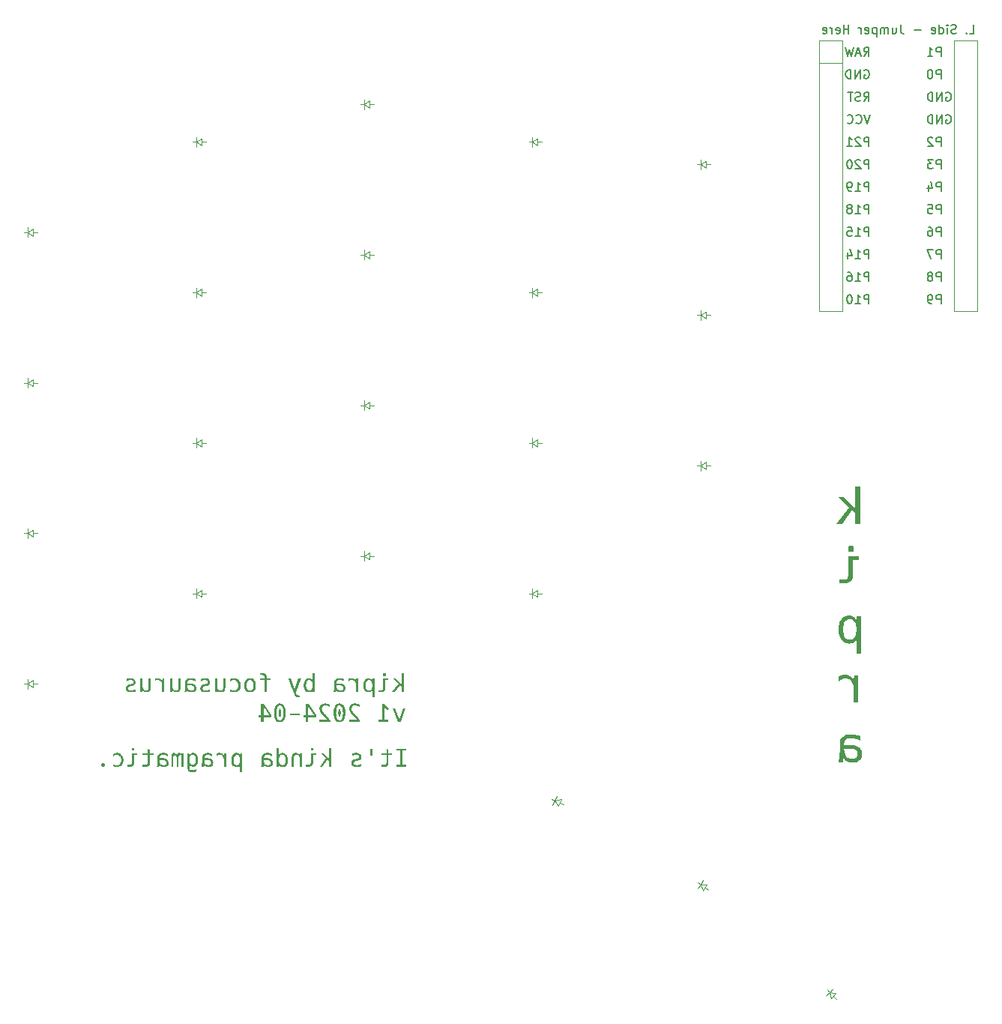
<source format=gbo>
G04 #@! TF.GenerationSoftware,KiCad,Pcbnew,8.0.1*
G04 #@! TF.CreationDate,2024-03-30T10:30:43-04:00*
G04 #@! TF.ProjectId,kipra-kicad,6b697072-612d-46b6-9963-61642e6b6963,v1.0.0*
G04 #@! TF.SameCoordinates,Original*
G04 #@! TF.FileFunction,Legend,Bot*
G04 #@! TF.FilePolarity,Positive*
%FSLAX46Y46*%
G04 Gerber Fmt 4.6, Leading zero omitted, Abs format (unit mm)*
G04 Created by KiCad (PCBNEW 8.0.1) date 2024-03-30 10:30:43*
%MOMM*%
%LPD*%
G01*
G04 APERTURE LIST*
%ADD10C,0.150000*%
%ADD11C,0.100000*%
%ADD12C,0.120000*%
G04 APERTURE END LIST*
D10*
G36*
X141964982Y-113747020D02*
G01*
X141537069Y-113747020D01*
X141537069Y-112140879D01*
X141964982Y-112140879D01*
X141964982Y-111927899D01*
X140831695Y-111927899D01*
X140831695Y-112140879D01*
X141259609Y-112140879D01*
X141259609Y-113747020D01*
X140831695Y-113747020D01*
X140831695Y-113960000D01*
X141964982Y-113960000D01*
X141964982Y-113747020D01*
G37*
G36*
X139452212Y-113960000D02*
G01*
X139552120Y-113956050D01*
X139654051Y-113941457D01*
X139751252Y-113911614D01*
X139836007Y-113861253D01*
X139851304Y-113847648D01*
X139912871Y-113761877D01*
X139948785Y-113658090D01*
X139963948Y-113559949D01*
X139968053Y-113463698D01*
X139968053Y-112641088D01*
X140376427Y-112641088D01*
X140376427Y-112428108D01*
X139968053Y-112428108D01*
X139968053Y-112029016D01*
X139716482Y-111919595D01*
X139716482Y-112428108D01*
X139144954Y-112428108D01*
X139144954Y-112641088D01*
X139716482Y-112641088D01*
X139716482Y-113452463D01*
X139708863Y-113553145D01*
X139677127Y-113648060D01*
X139652002Y-113681563D01*
X139563709Y-113730655D01*
X139466233Y-113745997D01*
X139427787Y-113747020D01*
X139144954Y-113747020D01*
X139144954Y-113960000D01*
X139452212Y-113960000D01*
G37*
G36*
X138149420Y-111927899D02*
G01*
X137911528Y-111927899D01*
X137911528Y-112678213D01*
X138149420Y-112678213D01*
X138149420Y-111927899D01*
G37*
G36*
X136381591Y-113991263D02*
G01*
X136481004Y-113986634D01*
X136587756Y-113972750D01*
X136685100Y-113953481D01*
X136787837Y-113927412D01*
X136895966Y-113894542D01*
X136895966Y-113635645D01*
X136790470Y-113684120D01*
X136689405Y-113722565D01*
X136592771Y-113750981D01*
X136485631Y-113771457D01*
X136384521Y-113778283D01*
X136282265Y-113770490D01*
X136187961Y-113744215D01*
X136129043Y-113712337D01*
X136060322Y-113640288D01*
X136033394Y-113541904D01*
X136033300Y-113535017D01*
X136058648Y-113438657D01*
X136113412Y-113380167D01*
X136201408Y-113333083D01*
X136296260Y-113301993D01*
X136368401Y-113284912D01*
X136473426Y-113263419D01*
X136574176Y-113238201D01*
X136670295Y-113201510D01*
X136755704Y-113150410D01*
X136789965Y-113120781D01*
X136851285Y-113035945D01*
X136882633Y-112940437D01*
X136890593Y-112849672D01*
X136881189Y-112747028D01*
X136848131Y-112646590D01*
X136791270Y-112562072D01*
X136740139Y-112514570D01*
X136656974Y-112463066D01*
X136557934Y-112426277D01*
X136458250Y-112406158D01*
X136346412Y-112397305D01*
X136312226Y-112396845D01*
X136209964Y-112401286D01*
X136109199Y-112414610D01*
X136009929Y-112436816D01*
X135912156Y-112467905D01*
X135856957Y-112489658D01*
X135856957Y-112736831D01*
X135951712Y-112687344D01*
X136048336Y-112650011D01*
X136146831Y-112624833D01*
X136247196Y-112611810D01*
X136305387Y-112609825D01*
X136417775Y-112617673D01*
X136519505Y-112646668D01*
X136603796Y-112715340D01*
X136635769Y-112819329D01*
X136636092Y-112833063D01*
X136617388Y-112931344D01*
X136607759Y-112948346D01*
X136526743Y-113008698D01*
X136498339Y-113020153D01*
X136398199Y-113049584D01*
X136298090Y-113072459D01*
X136259958Y-113080237D01*
X136158841Y-113099288D01*
X136049356Y-113128859D01*
X135958428Y-113171168D01*
X135873810Y-113238750D01*
X135815913Y-113324674D01*
X135784737Y-113428939D01*
X135778799Y-113508639D01*
X135788905Y-113614823D01*
X135819221Y-113709162D01*
X135877486Y-113801134D01*
X135940488Y-113862302D01*
X136028507Y-113918722D01*
X136131364Y-113959023D01*
X136233535Y-113981062D01*
X136347066Y-113990759D01*
X136381591Y-113991263D01*
G37*
G36*
X133509295Y-111834110D02*
G01*
X133249909Y-111834110D01*
X133249909Y-113067048D01*
X132589476Y-112428108D01*
X132283196Y-112428108D01*
X132885987Y-113008429D01*
X132188918Y-113960000D01*
X132496664Y-113960000D01*
X133062330Y-113172072D01*
X133249909Y-113347438D01*
X133249909Y-113960000D01*
X133509295Y-113960000D01*
X133509295Y-111834110D01*
G37*
G36*
X131419064Y-112146741D02*
G01*
X131460097Y-112106685D01*
X131460097Y-111874166D01*
X131419064Y-111834110D01*
X131222205Y-111834110D01*
X131181172Y-111874166D01*
X131181172Y-112106685D01*
X131222205Y-112146741D01*
X131419064Y-112146741D01*
G37*
G36*
X130959888Y-113960000D02*
G01*
X131066347Y-113951085D01*
X131170860Y-113919743D01*
X131259221Y-113865836D01*
X131309155Y-113817362D01*
X131368897Y-113727932D01*
X131405587Y-113632997D01*
X131426828Y-113523531D01*
X131432742Y-113415826D01*
X131432742Y-112641088D01*
X131767843Y-112641088D01*
X131767843Y-112428108D01*
X131181172Y-112428108D01*
X131181172Y-113408011D01*
X131173784Y-113512287D01*
X131146001Y-113611709D01*
X131118646Y-113660069D01*
X131041221Y-113725282D01*
X130942460Y-113746935D01*
X130934975Y-113747020D01*
X130641395Y-113747020D01*
X130641395Y-113960000D01*
X130959888Y-113960000D01*
G37*
G36*
X130183196Y-112428108D02*
G01*
X129956538Y-112428108D01*
X129931625Y-112662581D01*
X129873837Y-112572273D01*
X129803787Y-112500648D01*
X129721475Y-112447709D01*
X129626902Y-112413454D01*
X129520067Y-112397883D01*
X129481730Y-112396845D01*
X129371821Y-112406493D01*
X129276566Y-112435436D01*
X129178106Y-112498748D01*
X129102543Y-112592209D01*
X129058579Y-112688685D01*
X129029270Y-112804456D01*
X129016905Y-112903947D01*
X129012784Y-113014291D01*
X129012784Y-113960000D01*
X129265819Y-113960000D01*
X129265819Y-113010872D01*
X129271500Y-112903298D01*
X129291134Y-112804074D01*
X129333209Y-112713216D01*
X129337627Y-112707034D01*
X129415512Y-112640582D01*
X129514791Y-112612198D01*
X129559888Y-112609825D01*
X129663825Y-112622180D01*
X129759422Y-112664312D01*
X129835394Y-112736343D01*
X129886141Y-112825625D01*
X129915743Y-112923436D01*
X129929276Y-113024262D01*
X129931625Y-113093914D01*
X129931625Y-113960000D01*
X130183196Y-113960000D01*
X130183196Y-112428108D01*
G37*
G36*
X127592756Y-112637669D02*
G01*
X127617766Y-112593774D01*
X127682677Y-112514221D01*
X127762260Y-112455952D01*
X127803156Y-112435865D01*
X127898361Y-112406600D01*
X128002595Y-112396845D01*
X128069220Y-112400150D01*
X128177329Y-112421839D01*
X128274638Y-112463770D01*
X128361148Y-112525943D01*
X128436859Y-112608360D01*
X128474526Y-112663612D01*
X128521610Y-112755392D01*
X128557393Y-112857854D01*
X128581877Y-112970997D01*
X128593647Y-113073443D01*
X128597571Y-113183307D01*
X128594661Y-113273792D01*
X128584738Y-113372884D01*
X128567773Y-113471514D01*
X128550310Y-113541306D01*
X128515414Y-113640270D01*
X128470076Y-113732365D01*
X128433287Y-113788297D01*
X128367456Y-113861203D01*
X128288848Y-113920921D01*
X128204307Y-113960969D01*
X128107183Y-113984393D01*
X128007969Y-113991263D01*
X127940252Y-113987637D01*
X127832622Y-113963845D01*
X127738828Y-113917847D01*
X127658873Y-113849642D01*
X127592756Y-113759232D01*
X127567843Y-113960000D01*
X127341186Y-113960000D01*
X127341186Y-113192588D01*
X127592756Y-113192588D01*
X127596175Y-113288087D01*
X127606434Y-113387983D01*
X127626461Y-113486779D01*
X127659190Y-113578981D01*
X127699595Y-113650080D01*
X127771053Y-113723084D01*
X127861727Y-113766154D01*
X127963028Y-113778283D01*
X128065381Y-113765939D01*
X128156468Y-113722107D01*
X128217326Y-113662358D01*
X128267355Y-113577515D01*
X128298984Y-113485680D01*
X128318646Y-113387006D01*
X128328463Y-113293196D01*
X128332323Y-113192588D01*
X128328904Y-113098433D01*
X128318646Y-112999637D01*
X128300564Y-112907280D01*
X128267355Y-112809616D01*
X128227618Y-112738276D01*
X128156468Y-112665512D01*
X128065381Y-112622061D01*
X127963028Y-112609825D01*
X127861727Y-112622061D01*
X127771053Y-112665512D01*
X127709981Y-112724667D01*
X127659190Y-112809616D01*
X127626461Y-112901329D01*
X127606434Y-112999637D01*
X127596616Y-113092394D01*
X127592756Y-113192588D01*
X127341186Y-113192588D01*
X127341186Y-111834110D01*
X127592756Y-111834110D01*
X127592756Y-112637669D01*
G37*
G36*
X126333104Y-112398738D02*
G01*
X126431725Y-112408676D01*
X126528834Y-112427131D01*
X126592917Y-112443282D01*
X126688470Y-112471286D01*
X126783335Y-112503824D01*
X126783335Y-112755882D01*
X126724106Y-112723337D01*
X126631141Y-112681617D01*
X126533230Y-112648415D01*
X126465758Y-112631532D01*
X126363405Y-112615252D01*
X126259678Y-112609825D01*
X126175048Y-112614527D01*
X126075033Y-112636345D01*
X125981242Y-112685052D01*
X125920814Y-112757821D01*
X125889923Y-112853250D01*
X125882079Y-112951765D01*
X125882079Y-112990844D01*
X126220111Y-112990844D01*
X126241893Y-112991019D01*
X126348453Y-112997164D01*
X126451102Y-113012085D01*
X126549839Y-113035785D01*
X126640590Y-113070312D01*
X126727194Y-113123170D01*
X126799944Y-113191612D01*
X126811478Y-113205751D01*
X126861617Y-113295660D01*
X126887664Y-113395227D01*
X126895198Y-113499357D01*
X126890132Y-113584669D01*
X126867616Y-113686289D01*
X126820754Y-113784044D01*
X126751095Y-113864256D01*
X126684333Y-113913744D01*
X126587575Y-113959511D01*
X126491251Y-113983325D01*
X126385219Y-113991263D01*
X126287827Y-113984727D01*
X126184223Y-113962441D01*
X126084312Y-113924340D01*
X126000964Y-113875596D01*
X125923387Y-113806000D01*
X125860586Y-113719665D01*
X125856695Y-113745901D01*
X125838604Y-113842274D01*
X125833131Y-113865464D01*
X125801479Y-113960000D01*
X125548932Y-113960000D01*
X125575121Y-113889623D01*
X125600904Y-113787133D01*
X125615366Y-113684494D01*
X125622214Y-113599280D01*
X125627540Y-113501006D01*
X125629532Y-113401172D01*
X125629532Y-113203824D01*
X125882079Y-113203824D01*
X125882079Y-113257557D01*
X125884253Y-113316341D01*
X125898095Y-113413199D01*
X125927508Y-113512547D01*
X125942840Y-113548544D01*
X125994759Y-113631867D01*
X126070146Y-113705010D01*
X126129699Y-113740430D01*
X126223408Y-113769625D01*
X126323670Y-113778283D01*
X126366933Y-113776601D01*
X126467136Y-113756490D01*
X126555212Y-113709406D01*
X126575935Y-113691088D01*
X126629036Y-113602817D01*
X126643628Y-113501311D01*
X126629138Y-113398894D01*
X126577683Y-113314221D01*
X126502456Y-113260122D01*
X126409644Y-113226782D01*
X126396865Y-113224002D01*
X126299928Y-113208868D01*
X126201060Y-113203824D01*
X125882079Y-113203824D01*
X125629532Y-113203824D01*
X125629532Y-113089030D01*
X125631232Y-112983036D01*
X125637109Y-112884117D01*
X125651025Y-112785191D01*
X125667909Y-112725355D01*
X125710773Y-112635722D01*
X125777055Y-112557069D01*
X125819984Y-112521983D01*
X125908640Y-112469103D01*
X126000781Y-112434459D01*
X126065750Y-112418003D01*
X126165034Y-112402135D01*
X126266517Y-112396845D01*
X126333104Y-112398738D01*
G37*
G36*
X122872472Y-112402725D02*
G01*
X122977772Y-112430711D01*
X123068767Y-112481745D01*
X123145456Y-112555826D01*
X123199804Y-112637669D01*
X123224717Y-112428108D01*
X123452840Y-112428108D01*
X123452840Y-114553998D01*
X123199804Y-114553998D01*
X123199804Y-113759232D01*
X123157047Y-113826077D01*
X123083804Y-113900626D01*
X122994946Y-113952968D01*
X122890474Y-113983105D01*
X122788499Y-113991263D01*
X122722241Y-113987920D01*
X122614773Y-113965981D01*
X122518105Y-113923565D01*
X122432236Y-113860674D01*
X122357166Y-113777306D01*
X122311290Y-113706452D01*
X122266502Y-113611288D01*
X122232911Y-113505066D01*
X122213471Y-113408098D01*
X122201808Y-113303451D01*
X122198021Y-113194054D01*
X122461702Y-113194054D01*
X122464862Y-113298462D01*
X122478906Y-113421698D01*
X122504185Y-113526676D01*
X122551584Y-113632226D01*
X122616537Y-113709248D01*
X122717653Y-113764019D01*
X122821228Y-113778283D01*
X122843792Y-113777689D01*
X122946593Y-113756919D01*
X123032698Y-113706477D01*
X123102107Y-113626364D01*
X123119567Y-113596654D01*
X123157729Y-113506345D01*
X123183680Y-113399916D01*
X123196369Y-113293568D01*
X123199804Y-113192588D01*
X123199710Y-113175220D01*
X123193759Y-113060667D01*
X123178552Y-112958409D01*
X123149838Y-112856598D01*
X123103084Y-112761256D01*
X123090591Y-112742918D01*
X123017881Y-112668978D01*
X122928093Y-112624613D01*
X122821228Y-112609825D01*
X122717653Y-112624088D01*
X122616537Y-112678860D01*
X122551584Y-112755882D01*
X122504185Y-112861431D01*
X122478906Y-112966410D01*
X122464862Y-113089646D01*
X122461702Y-113194054D01*
X122198021Y-113194054D01*
X122197920Y-113191123D01*
X122200385Y-113101471D01*
X122210401Y-112996232D01*
X122228120Y-112898577D01*
X122259553Y-112791404D01*
X122302080Y-112695154D01*
X122355701Y-112609825D01*
X122407870Y-112548469D01*
X122490523Y-112480040D01*
X122584396Y-112431995D01*
X122689489Y-112404333D01*
X122788499Y-112396845D01*
X122872472Y-112402725D01*
G37*
G36*
X121615645Y-112428108D02*
G01*
X121387034Y-112428108D01*
X121362609Y-112731458D01*
X121316012Y-112637749D01*
X121256822Y-112558732D01*
X121177166Y-112488785D01*
X121169169Y-112483307D01*
X121074170Y-112434081D01*
X120977389Y-112407062D01*
X120870685Y-112396930D01*
X120859469Y-112396845D01*
X120757271Y-112403762D01*
X120652781Y-112427671D01*
X120557831Y-112468658D01*
X120531207Y-112484284D01*
X120531207Y-112748066D01*
X120608601Y-112687586D01*
X120703771Y-112640200D01*
X120807520Y-112614685D01*
X120881451Y-112609825D01*
X120990963Y-112619198D01*
X121086981Y-112647316D01*
X121178872Y-112701356D01*
X121238534Y-112759790D01*
X121292817Y-112842924D01*
X121331591Y-112942362D01*
X121352795Y-113042743D01*
X121362125Y-113155607D01*
X121362609Y-113190146D01*
X121362609Y-113960000D01*
X121615645Y-113960000D01*
X121615645Y-112428108D01*
G37*
G36*
X119595909Y-112398738D02*
G01*
X119694530Y-112408676D01*
X119791639Y-112427131D01*
X119855723Y-112443282D01*
X119951275Y-112471286D01*
X120046140Y-112503824D01*
X120046140Y-112755882D01*
X119986912Y-112723337D01*
X119893947Y-112681617D01*
X119796036Y-112648415D01*
X119728564Y-112631532D01*
X119626211Y-112615252D01*
X119522484Y-112609825D01*
X119437854Y-112614527D01*
X119337838Y-112636345D01*
X119244047Y-112685052D01*
X119183620Y-112757821D01*
X119152728Y-112853250D01*
X119144884Y-112951765D01*
X119144884Y-112990844D01*
X119482916Y-112990844D01*
X119504698Y-112991019D01*
X119611258Y-112997164D01*
X119713907Y-113012085D01*
X119812644Y-113035785D01*
X119903396Y-113070312D01*
X119989999Y-113123170D01*
X120062749Y-113191612D01*
X120074284Y-113205751D01*
X120124423Y-113295660D01*
X120150469Y-113395227D01*
X120158004Y-113499357D01*
X120152938Y-113584669D01*
X120130421Y-113686289D01*
X120083560Y-113784044D01*
X120013900Y-113864256D01*
X119947139Y-113913744D01*
X119850380Y-113959511D01*
X119754057Y-113983325D01*
X119648025Y-113991263D01*
X119550633Y-113984727D01*
X119447028Y-113962441D01*
X119347117Y-113924340D01*
X119263770Y-113875596D01*
X119186192Y-113806000D01*
X119123391Y-113719665D01*
X119119501Y-113745901D01*
X119101409Y-113842274D01*
X119095937Y-113865464D01*
X119064284Y-113960000D01*
X118811737Y-113960000D01*
X118837926Y-113889623D01*
X118863709Y-113787133D01*
X118878171Y-113684494D01*
X118885019Y-113599280D01*
X118890345Y-113501006D01*
X118892337Y-113401172D01*
X118892337Y-113203824D01*
X119144884Y-113203824D01*
X119144884Y-113257557D01*
X119147058Y-113316341D01*
X119160900Y-113413199D01*
X119190314Y-113512547D01*
X119205645Y-113548544D01*
X119257564Y-113631867D01*
X119332951Y-113705010D01*
X119392504Y-113740430D01*
X119486213Y-113769625D01*
X119586475Y-113778283D01*
X119629738Y-113776601D01*
X119729941Y-113756490D01*
X119818018Y-113709406D01*
X119838740Y-113691088D01*
X119891841Y-113602817D01*
X119906434Y-113501311D01*
X119891944Y-113398894D01*
X119840488Y-113314221D01*
X119765261Y-113260122D01*
X119672449Y-113226782D01*
X119659670Y-113224002D01*
X119562734Y-113208868D01*
X119463866Y-113203824D01*
X119144884Y-113203824D01*
X118892337Y-113203824D01*
X118892337Y-113089030D01*
X118894037Y-112983036D01*
X118899915Y-112884117D01*
X118913831Y-112785191D01*
X118930714Y-112725355D01*
X118973579Y-112635722D01*
X119039860Y-112557069D01*
X119082789Y-112521983D01*
X119171446Y-112469103D01*
X119263586Y-112434459D01*
X119328555Y-112418003D01*
X119427840Y-112402135D01*
X119529323Y-112396845D01*
X119595909Y-112398738D01*
G37*
G36*
X117947084Y-112402332D02*
G01*
X118044402Y-112423941D01*
X118137138Y-112466210D01*
X118184830Y-112498518D01*
X118262237Y-112570052D01*
X118320809Y-112649392D01*
X118353324Y-112708041D01*
X118393051Y-112801624D01*
X118421926Y-112901939D01*
X118435603Y-112970846D01*
X118448792Y-113074322D01*
X118453189Y-113177934D01*
X118451235Y-113246871D01*
X118440976Y-113350507D01*
X118421926Y-113454417D01*
X118403943Y-113522255D01*
X118368154Y-113618288D01*
X118321786Y-113707452D01*
X118289335Y-113755311D01*
X118217906Y-113832780D01*
X118139092Y-113891123D01*
X118071206Y-113924418D01*
X117968670Y-113951861D01*
X117862609Y-113960000D01*
X117810609Y-113957818D01*
X117706895Y-113938129D01*
X117615436Y-113897962D01*
X117571377Y-113867241D01*
X117500718Y-113792327D01*
X117448374Y-113702568D01*
X117448374Y-113887215D01*
X117449196Y-113929488D01*
X117459038Y-114032141D01*
X117482079Y-114130969D01*
X117484203Y-114137579D01*
X117527508Y-114225736D01*
X117597362Y-114297055D01*
X117630455Y-114317308D01*
X117725704Y-114348269D01*
X117827438Y-114356650D01*
X117864883Y-114355744D01*
X117968587Y-114343562D01*
X118063377Y-114319525D01*
X118092022Y-114310045D01*
X118189515Y-114273741D01*
X118282707Y-114232575D01*
X118282707Y-114490495D01*
X118255550Y-114499303D01*
X118159780Y-114526525D01*
X118062889Y-114548136D01*
X118042014Y-114551977D01*
X117944829Y-114564907D01*
X117841116Y-114569630D01*
X117820080Y-114569444D01*
X117720382Y-114562932D01*
X117612802Y-114542839D01*
X117518378Y-114509351D01*
X117424842Y-114453352D01*
X117349211Y-114379120D01*
X117339834Y-114367083D01*
X117282533Y-114275531D01*
X117239817Y-114171216D01*
X117214813Y-114071645D01*
X117200524Y-113962697D01*
X117196803Y-113864745D01*
X117196803Y-113174515D01*
X117448374Y-113174515D01*
X117448464Y-113191848D01*
X117454144Y-113305917D01*
X117468660Y-113407270D01*
X117496068Y-113507532D01*
X117540697Y-113600474D01*
X117546552Y-113609490D01*
X117614444Y-113683908D01*
X117708740Y-113732709D01*
X117812295Y-113747020D01*
X117834331Y-113746443D01*
X117935119Y-113726274D01*
X118020261Y-113677292D01*
X118089755Y-113599497D01*
X118101645Y-113580480D01*
X118145656Y-113482155D01*
X118171736Y-113377237D01*
X118184489Y-113271910D01*
X118187941Y-113171584D01*
X118187847Y-113154405D01*
X118181926Y-113041524D01*
X118166796Y-112941547D01*
X118138227Y-112843087D01*
X118091709Y-112752463D01*
X118079346Y-112735190D01*
X118007514Y-112665543D01*
X117918986Y-112623755D01*
X117813761Y-112609825D01*
X117713376Y-112621632D01*
X117623740Y-112663558D01*
X117566786Y-112716653D01*
X117513342Y-112802777D01*
X117483339Y-112885710D01*
X117462051Y-112986448D01*
X117452234Y-113076429D01*
X117448374Y-113174515D01*
X117196803Y-113174515D01*
X117196803Y-112428108D01*
X117423949Y-112428108D01*
X117448374Y-112638646D01*
X117470157Y-112600790D01*
X117534944Y-112518106D01*
X117617878Y-112454487D01*
X117664464Y-112432027D01*
X117760035Y-112404951D01*
X117858702Y-112396845D01*
X117947084Y-112402332D01*
G37*
G36*
X116826531Y-112428108D02*
G01*
X116619902Y-112428108D01*
X116598408Y-112565373D01*
X116538933Y-112483907D01*
X116456444Y-112424659D01*
X116356686Y-112398326D01*
X116323391Y-112396845D01*
X116222871Y-112412185D01*
X116133207Y-112465213D01*
X116072332Y-112545322D01*
X116051304Y-112590774D01*
X115998212Y-112505930D01*
X115922499Y-112439457D01*
X115829862Y-112403663D01*
X115758702Y-112396845D01*
X115653353Y-112410441D01*
X115562814Y-112456802D01*
X115498827Y-112536064D01*
X115462463Y-112636588D01*
X115442407Y-112742449D01*
X115430947Y-112852461D01*
X115425437Y-112957729D01*
X115423600Y-113075352D01*
X115423600Y-113960000D01*
X115653677Y-113960000D01*
X115653677Y-113088541D01*
X115654536Y-112988964D01*
X115657833Y-112889496D01*
X115662470Y-112823293D01*
X115677468Y-112725138D01*
X115690314Y-112684563D01*
X115764014Y-112618656D01*
X115825624Y-112609825D01*
X115922276Y-112635637D01*
X115969239Y-112691402D01*
X115996716Y-112787206D01*
X116002456Y-112830132D01*
X116009118Y-112932163D01*
X116011511Y-113038054D01*
X116011737Y-113088541D01*
X116011737Y-113960000D01*
X116241325Y-113960000D01*
X116241325Y-113088541D01*
X116242480Y-112983446D01*
X116246821Y-112880080D01*
X116251095Y-112827690D01*
X116266077Y-112731089D01*
X116280893Y-112686029D01*
X116357178Y-112618830D01*
X116419134Y-112609825D01*
X116516651Y-112638068D01*
X116557376Y-112689937D01*
X116583021Y-112786748D01*
X116588639Y-112831109D01*
X116595651Y-112934628D01*
X116598170Y-113039237D01*
X116598408Y-113088541D01*
X116598408Y-113960000D01*
X116826531Y-113960000D01*
X116826531Y-112428108D01*
G37*
G36*
X114543013Y-112398738D02*
G01*
X114641634Y-112408676D01*
X114738743Y-112427131D01*
X114802827Y-112443282D01*
X114898379Y-112471286D01*
X114993244Y-112503824D01*
X114993244Y-112755882D01*
X114934016Y-112723337D01*
X114841051Y-112681617D01*
X114743140Y-112648415D01*
X114675668Y-112631532D01*
X114573315Y-112615252D01*
X114469588Y-112609825D01*
X114384958Y-112614527D01*
X114284942Y-112636345D01*
X114191151Y-112685052D01*
X114130724Y-112757821D01*
X114099832Y-112853250D01*
X114091988Y-112951765D01*
X114091988Y-112990844D01*
X114430020Y-112990844D01*
X114451802Y-112991019D01*
X114558362Y-112997164D01*
X114661011Y-113012085D01*
X114759748Y-113035785D01*
X114850500Y-113070312D01*
X114937103Y-113123170D01*
X115009853Y-113191612D01*
X115021388Y-113205751D01*
X115071527Y-113295660D01*
X115097573Y-113395227D01*
X115105108Y-113499357D01*
X115100042Y-113584669D01*
X115077525Y-113686289D01*
X115030664Y-113784044D01*
X114961004Y-113864256D01*
X114894243Y-113913744D01*
X114797484Y-113959511D01*
X114701161Y-113983325D01*
X114595129Y-113991263D01*
X114497737Y-113984727D01*
X114394132Y-113962441D01*
X114294221Y-113924340D01*
X114210874Y-113875596D01*
X114133296Y-113806000D01*
X114070495Y-113719665D01*
X114066605Y-113745901D01*
X114048513Y-113842274D01*
X114043041Y-113865464D01*
X114011388Y-113960000D01*
X113758841Y-113960000D01*
X113785030Y-113889623D01*
X113810813Y-113787133D01*
X113825275Y-113684494D01*
X113832123Y-113599280D01*
X113837449Y-113501006D01*
X113839441Y-113401172D01*
X113839441Y-113203824D01*
X114091988Y-113203824D01*
X114091988Y-113257557D01*
X114094162Y-113316341D01*
X114108004Y-113413199D01*
X114137418Y-113512547D01*
X114152749Y-113548544D01*
X114204668Y-113631867D01*
X114280055Y-113705010D01*
X114339608Y-113740430D01*
X114433317Y-113769625D01*
X114533579Y-113778283D01*
X114576842Y-113776601D01*
X114677045Y-113756490D01*
X114765122Y-113709406D01*
X114785844Y-113691088D01*
X114838945Y-113602817D01*
X114853538Y-113501311D01*
X114839048Y-113398894D01*
X114787592Y-113314221D01*
X114712365Y-113260122D01*
X114619553Y-113226782D01*
X114606774Y-113224002D01*
X114509838Y-113208868D01*
X114410969Y-113203824D01*
X114091988Y-113203824D01*
X113839441Y-113203824D01*
X113839441Y-113089030D01*
X113841141Y-112983036D01*
X113847018Y-112884117D01*
X113860935Y-112785191D01*
X113877818Y-112725355D01*
X113920683Y-112635722D01*
X113986964Y-112557069D01*
X114029893Y-112521983D01*
X114118550Y-112469103D01*
X114210690Y-112434459D01*
X114275659Y-112418003D01*
X114374944Y-112402135D01*
X114476427Y-112396845D01*
X114543013Y-112398738D01*
G37*
G36*
X112503433Y-113960000D02*
G01*
X112603342Y-113956050D01*
X112705272Y-113941457D01*
X112802473Y-113911614D01*
X112887228Y-113861253D01*
X112902526Y-113847648D01*
X112964092Y-113761877D01*
X113000006Y-113658090D01*
X113015169Y-113559949D01*
X113019274Y-113463698D01*
X113019274Y-112641088D01*
X113427648Y-112641088D01*
X113427648Y-112428108D01*
X113019274Y-112428108D01*
X113019274Y-112029016D01*
X112767704Y-111919595D01*
X112767704Y-112428108D01*
X112196175Y-112428108D01*
X112196175Y-112641088D01*
X112767704Y-112641088D01*
X112767704Y-113452463D01*
X112760084Y-113553145D01*
X112728348Y-113648060D01*
X112703224Y-113681563D01*
X112614930Y-113730655D01*
X112517454Y-113745997D01*
X112479009Y-113747020D01*
X112196175Y-113747020D01*
X112196175Y-113960000D01*
X112503433Y-113960000D01*
G37*
G36*
X111207480Y-112146741D02*
G01*
X111248513Y-112106685D01*
X111248513Y-111874166D01*
X111207480Y-111834110D01*
X111010621Y-111834110D01*
X110969588Y-111874166D01*
X110969588Y-112106685D01*
X111010621Y-112146741D01*
X111207480Y-112146741D01*
G37*
G36*
X110748304Y-113960000D02*
G01*
X110854763Y-113951085D01*
X110959276Y-113919743D01*
X111047637Y-113865836D01*
X111097571Y-113817362D01*
X111157313Y-113727932D01*
X111194003Y-113632997D01*
X111215244Y-113523531D01*
X111221158Y-113415826D01*
X111221158Y-112641088D01*
X111556259Y-112641088D01*
X111556259Y-112428108D01*
X110969588Y-112428108D01*
X110969588Y-113408011D01*
X110962199Y-113512287D01*
X110934417Y-113611709D01*
X110907062Y-113660069D01*
X110829637Y-113725282D01*
X110730876Y-113746935D01*
X110723391Y-113747020D01*
X110429811Y-113747020D01*
X110429811Y-113960000D01*
X110748304Y-113960000D01*
G37*
G36*
X109274542Y-113991263D02*
G01*
X109376660Y-113986424D01*
X109484379Y-113969045D01*
X109582511Y-113939026D01*
X109671057Y-113896367D01*
X109681451Y-113890146D01*
X109767674Y-113827008D01*
X109841146Y-113751351D01*
X109901866Y-113663175D01*
X109930090Y-113608778D01*
X109966849Y-113515264D01*
X109993105Y-113414972D01*
X110008859Y-113307902D01*
X110014028Y-113208656D01*
X110014110Y-113194054D01*
X110010066Y-113093542D01*
X109995541Y-112985312D01*
X109970453Y-112884165D01*
X109934801Y-112790101D01*
X109929602Y-112778841D01*
X109875454Y-112683946D01*
X109808633Y-112601492D01*
X109729138Y-112531481D01*
X109679497Y-112497962D01*
X109591753Y-112453723D01*
X109494117Y-112422124D01*
X109386589Y-112403165D01*
X109284388Y-112396944D01*
X109269169Y-112396845D01*
X109169772Y-112401763D01*
X109072105Y-112418059D01*
X109039581Y-112426643D01*
X108942444Y-112460560D01*
X108850040Y-112503837D01*
X108830020Y-112514570D01*
X108830020Y-112783726D01*
X108909083Y-112719150D01*
X108994408Y-112666737D01*
X109024926Y-112652323D01*
X109122421Y-112621819D01*
X109224068Y-112610199D01*
X109247187Y-112609825D01*
X109345140Y-112616046D01*
X109448802Y-112640546D01*
X109541744Y-112688471D01*
X109615589Y-112754783D01*
X109672261Y-112836482D01*
X109700502Y-112899497D01*
X109728035Y-112994029D01*
X109744139Y-113095603D01*
X109748862Y-113194054D01*
X109744092Y-113291827D01*
X109727825Y-113393207D01*
X109700013Y-113488122D01*
X109654561Y-113580446D01*
X109592211Y-113657383D01*
X109541256Y-113700125D01*
X109448817Y-113747752D01*
X109345858Y-113772100D01*
X109248653Y-113778283D01*
X109146351Y-113770803D01*
X109050595Y-113748363D01*
X109024438Y-113739204D01*
X108936014Y-113696315D01*
X108852827Y-113636034D01*
X108830020Y-113615617D01*
X108830020Y-113874026D01*
X108918077Y-113919707D01*
X109011275Y-113954168D01*
X109109616Y-113977409D01*
X109213100Y-113989431D01*
X109274542Y-113991263D01*
G37*
G36*
X107715785Y-113991263D02*
G01*
X107811629Y-113970706D01*
X107873565Y-113926294D01*
X107925309Y-113840445D01*
X107937557Y-113756789D01*
X107919497Y-113657268D01*
X107873565Y-113587773D01*
X107786835Y-113533119D01*
X107715785Y-113522316D01*
X107615730Y-113545392D01*
X107558981Y-113587773D01*
X107506842Y-113673228D01*
X107494501Y-113756789D01*
X107512699Y-113856449D01*
X107558981Y-113926294D01*
X107645131Y-113980540D01*
X107715785Y-113991263D01*
G37*
G36*
X141694916Y-103394110D02*
G01*
X141435530Y-103394110D01*
X141435530Y-104627048D01*
X140775097Y-103988108D01*
X140468817Y-103988108D01*
X141071608Y-104568429D01*
X140374539Y-105520000D01*
X140682285Y-105520000D01*
X141247952Y-104732072D01*
X141435530Y-104907438D01*
X141435530Y-105520000D01*
X141694916Y-105520000D01*
X141694916Y-103394110D01*
G37*
G36*
X139604686Y-103706741D02*
G01*
X139645719Y-103666685D01*
X139645719Y-103434166D01*
X139604686Y-103394110D01*
X139407826Y-103394110D01*
X139366793Y-103434166D01*
X139366793Y-103666685D01*
X139407826Y-103706741D01*
X139604686Y-103706741D01*
G37*
G36*
X139145509Y-105520000D02*
G01*
X139251969Y-105511085D01*
X139356481Y-105479743D01*
X139444842Y-105425836D01*
X139494776Y-105377362D01*
X139554518Y-105287932D01*
X139591208Y-105192997D01*
X139612450Y-105083531D01*
X139618363Y-104975826D01*
X139618363Y-104201088D01*
X139953465Y-104201088D01*
X139953465Y-103988108D01*
X139366793Y-103988108D01*
X139366793Y-104968011D01*
X139359405Y-105072287D01*
X139331622Y-105171709D01*
X139304267Y-105220069D01*
X139226842Y-105285282D01*
X139128081Y-105306935D01*
X139120596Y-105307020D01*
X138827017Y-105307020D01*
X138827017Y-105520000D01*
X139145509Y-105520000D01*
G37*
G36*
X137795288Y-103962725D02*
G01*
X137900588Y-103990711D01*
X137991583Y-104041745D01*
X138068272Y-104115826D01*
X138122620Y-104197669D01*
X138147533Y-103988108D01*
X138375656Y-103988108D01*
X138375656Y-106113998D01*
X138122620Y-106113998D01*
X138122620Y-105319232D01*
X138079863Y-105386077D01*
X138006620Y-105460626D01*
X137917762Y-105512968D01*
X137813290Y-105543105D01*
X137711315Y-105551263D01*
X137645057Y-105547920D01*
X137537589Y-105525981D01*
X137440921Y-105483565D01*
X137355052Y-105420674D01*
X137279982Y-105337306D01*
X137234106Y-105266452D01*
X137189318Y-105171288D01*
X137155727Y-105065066D01*
X137136287Y-104968098D01*
X137124624Y-104863451D01*
X137120837Y-104754054D01*
X137384518Y-104754054D01*
X137387678Y-104858462D01*
X137401722Y-104981698D01*
X137427001Y-105086676D01*
X137474400Y-105192226D01*
X137539353Y-105269248D01*
X137640470Y-105324019D01*
X137744044Y-105338283D01*
X137766608Y-105337689D01*
X137869409Y-105316919D01*
X137955514Y-105266477D01*
X138024923Y-105186364D01*
X138042383Y-105156654D01*
X138080546Y-105066345D01*
X138106496Y-104959916D01*
X138119186Y-104853568D01*
X138122620Y-104752588D01*
X138122526Y-104735220D01*
X138116575Y-104620667D01*
X138101368Y-104518409D01*
X138072654Y-104416598D01*
X138025900Y-104321256D01*
X138013407Y-104302918D01*
X137940697Y-104228978D01*
X137850910Y-104184613D01*
X137744044Y-104169825D01*
X137640470Y-104184088D01*
X137539353Y-104238860D01*
X137474400Y-104315882D01*
X137427001Y-104421431D01*
X137401722Y-104526410D01*
X137387678Y-104649646D01*
X137384518Y-104754054D01*
X137120837Y-104754054D01*
X137120736Y-104751123D01*
X137123201Y-104661471D01*
X137133217Y-104556232D01*
X137150936Y-104458577D01*
X137182369Y-104351404D01*
X137224896Y-104255154D01*
X137278517Y-104169825D01*
X137330686Y-104108469D01*
X137413339Y-104040040D01*
X137507212Y-103991995D01*
X137612305Y-103964333D01*
X137711315Y-103956845D01*
X137795288Y-103962725D01*
G37*
G36*
X136538461Y-103988108D02*
G01*
X136309850Y-103988108D01*
X136285425Y-104291458D01*
X136238829Y-104197749D01*
X136179638Y-104118732D01*
X136099982Y-104048785D01*
X136091985Y-104043307D01*
X135996986Y-103994081D01*
X135900205Y-103967062D01*
X135793501Y-103956930D01*
X135782285Y-103956845D01*
X135680087Y-103963762D01*
X135575597Y-103987671D01*
X135480647Y-104028658D01*
X135454023Y-104044284D01*
X135454023Y-104308066D01*
X135531417Y-104247586D01*
X135626588Y-104200200D01*
X135730336Y-104174685D01*
X135804267Y-104169825D01*
X135913779Y-104179198D01*
X136009797Y-104207316D01*
X136101688Y-104261356D01*
X136161350Y-104319790D01*
X136215633Y-104402924D01*
X136254407Y-104502362D01*
X136275611Y-104602743D01*
X136284941Y-104715607D01*
X136285425Y-104750146D01*
X136285425Y-105520000D01*
X136538461Y-105520000D01*
X136538461Y-103988108D01*
G37*
G36*
X134518725Y-103958738D02*
G01*
X134617346Y-103968676D01*
X134714455Y-103987131D01*
X134778539Y-104003282D01*
X134874091Y-104031286D01*
X134968957Y-104063824D01*
X134968957Y-104315882D01*
X134909728Y-104283337D01*
X134816763Y-104241617D01*
X134718852Y-104208415D01*
X134651380Y-104191532D01*
X134549027Y-104175252D01*
X134445300Y-104169825D01*
X134360670Y-104174527D01*
X134260654Y-104196345D01*
X134166863Y-104245052D01*
X134106436Y-104317821D01*
X134075544Y-104413250D01*
X134067700Y-104511765D01*
X134067700Y-104550844D01*
X134405733Y-104550844D01*
X134427514Y-104551019D01*
X134534075Y-104557164D01*
X134636723Y-104572085D01*
X134735460Y-104595785D01*
X134826212Y-104630312D01*
X134912815Y-104683170D01*
X134985565Y-104751612D01*
X134997100Y-104765751D01*
X135047239Y-104855660D01*
X135073285Y-104955227D01*
X135080820Y-105059357D01*
X135075754Y-105144669D01*
X135053237Y-105246289D01*
X135006376Y-105344044D01*
X134936716Y-105424256D01*
X134869955Y-105473744D01*
X134773196Y-105519511D01*
X134676873Y-105543325D01*
X134570841Y-105551263D01*
X134473449Y-105544727D01*
X134369844Y-105522441D01*
X134269934Y-105484340D01*
X134186586Y-105435596D01*
X134109008Y-105366000D01*
X134046207Y-105279665D01*
X134042317Y-105305901D01*
X134024225Y-105402274D01*
X134018753Y-105425464D01*
X133987100Y-105520000D01*
X133734553Y-105520000D01*
X133760743Y-105449623D01*
X133786525Y-105347133D01*
X133800987Y-105244494D01*
X133807835Y-105159280D01*
X133813161Y-105061006D01*
X133815153Y-104961172D01*
X133815153Y-104763824D01*
X134067700Y-104763824D01*
X134067700Y-104817557D01*
X134069874Y-104876341D01*
X134083716Y-104973199D01*
X134113130Y-105072547D01*
X134128462Y-105108544D01*
X134180380Y-105191867D01*
X134255767Y-105265010D01*
X134315320Y-105300430D01*
X134409029Y-105329625D01*
X134509291Y-105338283D01*
X134552554Y-105336601D01*
X134652757Y-105316490D01*
X134740834Y-105269406D01*
X134761556Y-105251088D01*
X134814658Y-105162817D01*
X134829250Y-105061311D01*
X134814760Y-104958894D01*
X134763304Y-104874221D01*
X134688077Y-104820122D01*
X134595265Y-104786782D01*
X134582486Y-104784002D01*
X134485550Y-104768868D01*
X134386682Y-104763824D01*
X134067700Y-104763824D01*
X133815153Y-104763824D01*
X133815153Y-104649030D01*
X133816853Y-104543036D01*
X133822731Y-104444117D01*
X133836647Y-104345191D01*
X133853530Y-104285355D01*
X133896395Y-104195722D01*
X133962676Y-104117069D01*
X134005605Y-104081983D01*
X134094262Y-104029103D01*
X134186402Y-103994459D01*
X134251371Y-103978003D01*
X134350656Y-103962135D01*
X134452139Y-103956845D01*
X134518725Y-103958738D01*
G37*
G36*
X131634553Y-105520000D02*
G01*
X131407407Y-105520000D01*
X131382983Y-105319232D01*
X131338056Y-105386077D01*
X131262174Y-105460626D01*
X131171146Y-105512968D01*
X131064971Y-105543105D01*
X130961908Y-105551263D01*
X130873719Y-105545698D01*
X130777162Y-105523785D01*
X130685914Y-105480921D01*
X130638911Y-105447758D01*
X130563029Y-105374637D01*
X130506151Y-105293831D01*
X130470972Y-105226189D01*
X130433442Y-105129870D01*
X130408454Y-105035422D01*
X130392483Y-104946788D01*
X130381747Y-104849071D01*
X130378275Y-104754054D01*
X130643416Y-104754054D01*
X130646835Y-104848332D01*
X130657093Y-104947494D01*
X130676755Y-105046046D01*
X130708384Y-105138492D01*
X130748121Y-105209926D01*
X130819271Y-105283084D01*
X130909977Y-105326154D01*
X131012222Y-105338283D01*
X131113874Y-105326154D01*
X131204686Y-105283084D01*
X131265515Y-105223686D01*
X131316549Y-105138981D01*
X131349278Y-105046779D01*
X131369305Y-104947983D01*
X131379123Y-104854202D01*
X131382983Y-104752588D01*
X131379564Y-104658189D01*
X131369305Y-104558660D01*
X131350901Y-104466060D01*
X131316549Y-104368639D01*
X131275904Y-104297967D01*
X131204686Y-104225512D01*
X131113874Y-104182061D01*
X131012222Y-104169825D01*
X130909977Y-104182061D01*
X130819271Y-104225512D01*
X130758413Y-104284667D01*
X130708384Y-104369616D01*
X130676755Y-104461451D01*
X130657093Y-104560125D01*
X130647276Y-104653584D01*
X130643416Y-104754054D01*
X130378275Y-104754054D01*
X130378168Y-104751123D01*
X130380486Y-104671950D01*
X130390790Y-104566265D01*
X130407477Y-104469267D01*
X130424544Y-104400268D01*
X130459188Y-104302724D01*
X130504686Y-104212323D01*
X130531545Y-104170523D01*
X130600580Y-104091033D01*
X130684449Y-104026699D01*
X130767531Y-103986929D01*
X130862965Y-103963667D01*
X130960443Y-103956845D01*
X131011322Y-103958923D01*
X131114961Y-103977683D01*
X131209571Y-104015952D01*
X131255602Y-104044683D01*
X131329059Y-104114412D01*
X131382983Y-104197669D01*
X131382983Y-103394110D01*
X131634553Y-103394110D01*
X131634553Y-105520000D01*
G37*
G36*
X129962467Y-105901018D02*
G01*
X129813479Y-105901018D01*
X129715293Y-105885387D01*
X129642509Y-105838492D01*
X129583377Y-105750208D01*
X129536868Y-105651685D01*
X129497541Y-105553898D01*
X129479843Y-105506322D01*
X130071887Y-103988108D01*
X129805174Y-103988108D01*
X129351371Y-105198087D01*
X128904407Y-103988108D01*
X128637693Y-103988108D01*
X129041183Y-105032979D01*
X129077982Y-105128470D01*
X129115234Y-105225427D01*
X129124225Y-105248890D01*
X129141811Y-105292365D01*
X129156465Y-105332909D01*
X129184309Y-105412533D01*
X129200917Y-105456496D01*
X129236831Y-105555268D01*
X129274429Y-105653145D01*
X129301546Y-105719790D01*
X129342504Y-105814150D01*
X129381657Y-105891249D01*
X129441680Y-105978043D01*
X129514466Y-106043519D01*
X129613278Y-106092245D01*
X129713412Y-106112040D01*
X129760234Y-106113998D01*
X129962467Y-106113998D01*
X129962467Y-105901018D01*
G37*
G36*
X126208454Y-104201088D02*
G01*
X126617317Y-104201088D01*
X126617317Y-103988108D01*
X126208454Y-103988108D01*
X126208454Y-103881618D01*
X126202938Y-103778319D01*
X126183123Y-103675775D01*
X126143608Y-103580192D01*
X126093171Y-103512812D01*
X126008221Y-103450215D01*
X125910230Y-103413700D01*
X125805999Y-103397008D01*
X125732669Y-103394110D01*
X125430296Y-103394110D01*
X125430296Y-103607090D01*
X125716061Y-103607090D01*
X125817841Y-103617561D01*
X125903639Y-103661800D01*
X125946693Y-103749538D01*
X125956884Y-103854752D01*
X125956884Y-103988108D01*
X125430296Y-103988108D01*
X125430296Y-104201088D01*
X125956884Y-104201088D01*
X125956884Y-105520000D01*
X126208454Y-105520000D01*
X126208454Y-104201088D01*
G37*
G36*
X124337197Y-103957047D02*
G01*
X124449190Y-103966709D01*
X124550844Y-103990867D01*
X124642160Y-104029518D01*
X124735630Y-104092931D01*
X124804546Y-104162986D01*
X124853378Y-104231806D01*
X124901051Y-104326007D01*
X124936806Y-104432883D01*
X124957498Y-104531627D01*
X124969912Y-104639172D01*
X124974051Y-104755519D01*
X124971410Y-104848950D01*
X124960681Y-104957860D01*
X124941700Y-105058016D01*
X124908029Y-105166649D01*
X124862474Y-105262676D01*
X124805035Y-105346099D01*
X124723867Y-105426040D01*
X124628254Y-105486347D01*
X124534803Y-105522411D01*
X124430738Y-105544050D01*
X124316061Y-105551263D01*
X124202413Y-105544101D01*
X124099242Y-105522617D01*
X124006546Y-105486811D01*
X123911641Y-105426935D01*
X123830994Y-105347564D01*
X123782444Y-105279307D01*
X123735045Y-105185655D01*
X123699497Y-105079192D01*
X123678924Y-104980686D01*
X123666581Y-104873284D01*
X123662467Y-104756985D01*
X123662590Y-104752588D01*
X123929180Y-104752588D01*
X123929573Y-104787429D01*
X123935469Y-104885792D01*
X123951290Y-104988872D01*
X123981164Y-105091278D01*
X124029808Y-105186852D01*
X124049436Y-105213915D01*
X124125838Y-105284898D01*
X124219127Y-105326304D01*
X124317526Y-105338283D01*
X124340636Y-105337691D01*
X124446051Y-105316988D01*
X124534580Y-105266708D01*
X124606221Y-105186852D01*
X124624292Y-105157304D01*
X124663790Y-105067217D01*
X124690649Y-104960704D01*
X124703783Y-104854031D01*
X124707338Y-104752588D01*
X124706944Y-104717929D01*
X124701048Y-104620087D01*
X124685227Y-104517572D01*
X124655353Y-104415753D01*
X124606709Y-104320767D01*
X124587069Y-104293792D01*
X124510438Y-104223038D01*
X124416633Y-104181765D01*
X124317526Y-104169825D01*
X124294477Y-104170415D01*
X124189367Y-104191051D01*
X124101144Y-104241169D01*
X124029808Y-104320767D01*
X124011825Y-104350128D01*
X123972517Y-104439673D01*
X123945787Y-104545583D01*
X123932718Y-104651678D01*
X123929180Y-104752588D01*
X123662590Y-104752588D01*
X123665108Y-104662532D01*
X123675836Y-104552558D01*
X123694817Y-104451576D01*
X123728489Y-104342268D01*
X123774044Y-104245909D01*
X123831483Y-104162498D01*
X123912510Y-104082366D01*
X124007702Y-104021915D01*
X124100570Y-103985765D01*
X124203844Y-103964075D01*
X124317526Y-103956845D01*
X124337197Y-103957047D01*
G37*
G36*
X122513060Y-105551263D02*
G01*
X122615178Y-105546424D01*
X122722896Y-105529045D01*
X122821029Y-105499026D01*
X122909574Y-105456367D01*
X122919968Y-105450146D01*
X123006191Y-105387008D01*
X123079663Y-105311351D01*
X123140384Y-105223175D01*
X123168608Y-105168778D01*
X123205366Y-105075264D01*
X123231622Y-104974972D01*
X123247376Y-104867902D01*
X123252545Y-104768656D01*
X123252627Y-104754054D01*
X123248583Y-104653542D01*
X123234058Y-104545312D01*
X123208970Y-104444165D01*
X123173318Y-104350101D01*
X123168119Y-104338841D01*
X123113972Y-104243946D01*
X123047150Y-104161492D01*
X122967655Y-104091481D01*
X122918014Y-104057962D01*
X122830270Y-104013723D01*
X122732634Y-103982124D01*
X122625106Y-103963165D01*
X122522905Y-103956944D01*
X122507686Y-103956845D01*
X122408289Y-103961763D01*
X122310623Y-103978059D01*
X122278098Y-103986643D01*
X122180962Y-104020560D01*
X122088558Y-104063837D01*
X122068538Y-104074570D01*
X122068538Y-104343726D01*
X122147600Y-104279150D01*
X122232925Y-104226737D01*
X122263444Y-104212323D01*
X122360938Y-104181819D01*
X122462585Y-104170199D01*
X122485705Y-104169825D01*
X122583657Y-104176046D01*
X122687319Y-104200546D01*
X122780261Y-104248471D01*
X122854107Y-104314783D01*
X122910779Y-104396482D01*
X122939019Y-104459497D01*
X122966552Y-104554029D01*
X122982657Y-104655603D01*
X122987379Y-104754054D01*
X122982609Y-104851827D01*
X122966342Y-104953207D01*
X122938531Y-105048122D01*
X122893079Y-105140446D01*
X122830728Y-105217383D01*
X122779773Y-105260125D01*
X122687335Y-105307752D01*
X122584375Y-105332100D01*
X122487170Y-105338283D01*
X122384869Y-105330803D01*
X122289112Y-105308363D01*
X122262955Y-105299204D01*
X122174532Y-105256315D01*
X122091344Y-105196034D01*
X122068538Y-105175617D01*
X122068538Y-105434026D01*
X122156594Y-105479707D01*
X122249793Y-105514168D01*
X122348134Y-105537409D01*
X122451617Y-105549431D01*
X122513060Y-105551263D01*
G37*
G36*
X121059815Y-105551263D02*
G01*
X121169037Y-105541615D01*
X121263697Y-105512672D01*
X121361542Y-105449360D01*
X121436632Y-105355899D01*
X121480321Y-105259423D01*
X121509447Y-105143652D01*
X121521734Y-105044161D01*
X121525830Y-104933817D01*
X121525830Y-103988108D01*
X121274260Y-103988108D01*
X121274260Y-104937236D01*
X121266949Y-105052772D01*
X121245018Y-105148726D01*
X121199400Y-105238021D01*
X121119568Y-105306559D01*
X121011079Y-105336716D01*
X120974818Y-105338283D01*
X120873248Y-105325928D01*
X120779372Y-105283796D01*
X120704197Y-105211765D01*
X120653708Y-105122483D01*
X120624255Y-105024672D01*
X120610792Y-104923846D01*
X120608454Y-104854193D01*
X120608454Y-103988108D01*
X120355418Y-103988108D01*
X120355418Y-105520000D01*
X120584030Y-105520000D01*
X120608454Y-105287969D01*
X120665996Y-105377448D01*
X120736040Y-105448413D01*
X120818587Y-105500867D01*
X120913636Y-105534807D01*
X121021186Y-105550234D01*
X121059815Y-105551263D01*
G37*
G36*
X119302732Y-105551263D02*
G01*
X119402145Y-105546634D01*
X119508898Y-105532750D01*
X119606242Y-105513481D01*
X119708978Y-105487412D01*
X119817107Y-105454542D01*
X119817107Y-105195645D01*
X119711612Y-105244120D01*
X119610547Y-105282565D01*
X119513912Y-105310981D01*
X119406772Y-105331457D01*
X119305663Y-105338283D01*
X119203407Y-105330490D01*
X119109102Y-105304215D01*
X119050185Y-105272337D01*
X118981463Y-105200288D01*
X118954535Y-105101904D01*
X118954442Y-105095017D01*
X118979789Y-104998657D01*
X119034553Y-104940167D01*
X119122549Y-104893083D01*
X119217401Y-104861993D01*
X119289543Y-104844912D01*
X119394567Y-104823419D01*
X119495317Y-104798201D01*
X119591436Y-104761510D01*
X119676845Y-104710410D01*
X119711106Y-104680781D01*
X119772426Y-104595945D01*
X119803774Y-104500437D01*
X119811734Y-104409672D01*
X119802331Y-104307028D01*
X119769272Y-104206590D01*
X119712411Y-104122072D01*
X119661280Y-104074570D01*
X119578116Y-104023066D01*
X119479075Y-103986277D01*
X119379392Y-103966158D01*
X119267553Y-103957305D01*
X119233367Y-103956845D01*
X119131105Y-103961286D01*
X119030340Y-103974610D01*
X118931071Y-103996816D01*
X118833297Y-104027905D01*
X118778098Y-104049658D01*
X118778098Y-104296831D01*
X118872853Y-104247344D01*
X118969478Y-104210011D01*
X119067972Y-104184833D01*
X119168337Y-104171810D01*
X119226528Y-104169825D01*
X119338916Y-104177673D01*
X119440647Y-104206668D01*
X119524937Y-104275340D01*
X119556910Y-104379329D01*
X119557233Y-104393063D01*
X119538529Y-104491344D01*
X119528901Y-104508346D01*
X119447885Y-104568698D01*
X119419480Y-104580153D01*
X119319340Y-104609584D01*
X119219231Y-104632459D01*
X119181099Y-104640237D01*
X119079982Y-104659288D01*
X118970498Y-104688859D01*
X118879570Y-104731168D01*
X118794951Y-104798750D01*
X118737054Y-104884674D01*
X118705879Y-104988939D01*
X118699940Y-105068639D01*
X118710046Y-105174823D01*
X118740363Y-105269162D01*
X118798627Y-105361134D01*
X118861629Y-105422302D01*
X118949648Y-105478722D01*
X119052505Y-105519023D01*
X119154676Y-105541062D01*
X119268208Y-105550759D01*
X119302732Y-105551263D01*
G37*
G36*
X117675739Y-103958738D02*
G01*
X117774359Y-103968676D01*
X117871469Y-103987131D01*
X117935552Y-104003282D01*
X118031104Y-104031286D01*
X118125970Y-104063824D01*
X118125970Y-104315882D01*
X118066741Y-104283337D01*
X117973776Y-104241617D01*
X117875865Y-104208415D01*
X117808393Y-104191532D01*
X117706040Y-104175252D01*
X117602313Y-104169825D01*
X117517683Y-104174527D01*
X117417667Y-104196345D01*
X117323876Y-104245052D01*
X117263449Y-104317821D01*
X117232558Y-104413250D01*
X117224714Y-104511765D01*
X117224714Y-104550844D01*
X117562746Y-104550844D01*
X117584527Y-104551019D01*
X117691088Y-104557164D01*
X117793737Y-104572085D01*
X117892474Y-104595785D01*
X117983225Y-104630312D01*
X118069828Y-104683170D01*
X118142578Y-104751612D01*
X118154113Y-104765751D01*
X118204252Y-104855660D01*
X118230298Y-104955227D01*
X118237833Y-105059357D01*
X118232767Y-105144669D01*
X118210251Y-105246289D01*
X118163389Y-105344044D01*
X118093730Y-105424256D01*
X118026968Y-105473744D01*
X117930209Y-105519511D01*
X117833886Y-105543325D01*
X117727854Y-105551263D01*
X117630462Y-105544727D01*
X117526857Y-105522441D01*
X117426947Y-105484340D01*
X117343599Y-105435596D01*
X117266021Y-105366000D01*
X117203220Y-105279665D01*
X117199330Y-105305901D01*
X117181238Y-105402274D01*
X117175766Y-105425464D01*
X117144114Y-105520000D01*
X116891566Y-105520000D01*
X116917756Y-105449623D01*
X116943539Y-105347133D01*
X116958000Y-105244494D01*
X116964848Y-105159280D01*
X116970174Y-105061006D01*
X116972167Y-104961172D01*
X116972167Y-104763824D01*
X117224714Y-104763824D01*
X117224714Y-104817557D01*
X117226888Y-104876341D01*
X117240729Y-104973199D01*
X117270143Y-105072547D01*
X117285475Y-105108544D01*
X117337394Y-105191867D01*
X117412781Y-105265010D01*
X117472333Y-105300430D01*
X117566043Y-105329625D01*
X117666305Y-105338283D01*
X117709567Y-105336601D01*
X117809771Y-105316490D01*
X117897847Y-105269406D01*
X117918569Y-105251088D01*
X117971671Y-105162817D01*
X117986263Y-105061311D01*
X117971773Y-104958894D01*
X117920317Y-104874221D01*
X117845091Y-104820122D01*
X117752278Y-104786782D01*
X117739499Y-104784002D01*
X117642563Y-104768868D01*
X117543695Y-104763824D01*
X117224714Y-104763824D01*
X116972167Y-104763824D01*
X116972167Y-104649030D01*
X116973867Y-104543036D01*
X116979744Y-104444117D01*
X116993660Y-104345191D01*
X117010543Y-104285355D01*
X117053408Y-104195722D01*
X117119689Y-104117069D01*
X117162619Y-104081983D01*
X117251275Y-104029103D01*
X117343416Y-103994459D01*
X117408384Y-103978003D01*
X117507669Y-103962135D01*
X117609152Y-103956845D01*
X117675739Y-103958738D01*
G37*
G36*
X116006919Y-105551263D02*
G01*
X116116141Y-105541615D01*
X116210801Y-105512672D01*
X116308646Y-105449360D01*
X116383736Y-105355899D01*
X116427425Y-105259423D01*
X116456551Y-105143652D01*
X116468838Y-105044161D01*
X116472934Y-104933817D01*
X116472934Y-103988108D01*
X116221364Y-103988108D01*
X116221364Y-104937236D01*
X116214053Y-105052772D01*
X116192122Y-105148726D01*
X116146504Y-105238021D01*
X116066672Y-105306559D01*
X115958183Y-105336716D01*
X115921922Y-105338283D01*
X115820352Y-105325928D01*
X115726476Y-105283796D01*
X115651301Y-105211765D01*
X115600812Y-105122483D01*
X115571359Y-105024672D01*
X115557896Y-104923846D01*
X115555558Y-104854193D01*
X115555558Y-103988108D01*
X115302522Y-103988108D01*
X115302522Y-105520000D01*
X115531134Y-105520000D01*
X115555558Y-105287969D01*
X115613100Y-105377448D01*
X115683144Y-105448413D01*
X115765691Y-105500867D01*
X115860740Y-105534807D01*
X115968290Y-105550234D01*
X116006919Y-105551263D01*
G37*
G36*
X114642578Y-103988108D02*
G01*
X114413967Y-103988108D01*
X114389543Y-104291458D01*
X114342946Y-104197749D01*
X114283755Y-104118732D01*
X114204099Y-104048785D01*
X114196102Y-104043307D01*
X114101103Y-103994081D01*
X114004322Y-103967062D01*
X113897619Y-103956930D01*
X113886402Y-103956845D01*
X113784204Y-103963762D01*
X113679714Y-103987671D01*
X113584764Y-104028658D01*
X113558140Y-104044284D01*
X113558140Y-104308066D01*
X113635535Y-104247586D01*
X113730705Y-104200200D01*
X113834453Y-104174685D01*
X113908384Y-104169825D01*
X114017897Y-104179198D01*
X114113915Y-104207316D01*
X114205805Y-104261356D01*
X114265467Y-104319790D01*
X114319750Y-104402924D01*
X114358524Y-104502362D01*
X114379728Y-104602743D01*
X114389058Y-104715607D01*
X114389543Y-104750146D01*
X114389543Y-105520000D01*
X114642578Y-105520000D01*
X114642578Y-103988108D01*
G37*
G36*
X112638321Y-105551263D02*
G01*
X112747544Y-105541615D01*
X112842203Y-105512672D01*
X112940048Y-105449360D01*
X113015139Y-105355899D01*
X113058828Y-105259423D01*
X113087953Y-105143652D01*
X113100241Y-105044161D01*
X113104337Y-104933817D01*
X113104337Y-103988108D01*
X112852767Y-103988108D01*
X112852767Y-104937236D01*
X112845456Y-105052772D01*
X112823524Y-105148726D01*
X112777906Y-105238021D01*
X112698075Y-105306559D01*
X112589586Y-105336716D01*
X112553325Y-105338283D01*
X112451754Y-105325928D01*
X112357878Y-105283796D01*
X112282704Y-105211765D01*
X112232214Y-105122483D01*
X112202762Y-105024672D01*
X112189298Y-104923846D01*
X112186961Y-104854193D01*
X112186961Y-103988108D01*
X111933925Y-103988108D01*
X111933925Y-105520000D01*
X112162536Y-105520000D01*
X112186961Y-105287969D01*
X112244503Y-105377448D01*
X112314547Y-105448413D01*
X112397094Y-105500867D01*
X112492142Y-105534807D01*
X112599693Y-105550234D01*
X112638321Y-105551263D01*
G37*
G36*
X110881238Y-105551263D02*
G01*
X110980651Y-105546634D01*
X111087404Y-105532750D01*
X111184748Y-105513481D01*
X111287485Y-105487412D01*
X111395614Y-105454542D01*
X111395614Y-105195645D01*
X111290118Y-105244120D01*
X111189053Y-105282565D01*
X111092419Y-105310981D01*
X110985279Y-105331457D01*
X110884169Y-105338283D01*
X110781913Y-105330490D01*
X110687609Y-105304215D01*
X110628691Y-105272337D01*
X110559969Y-105200288D01*
X110533042Y-105101904D01*
X110532948Y-105095017D01*
X110558296Y-104998657D01*
X110613060Y-104940167D01*
X110701056Y-104893083D01*
X110795908Y-104861993D01*
X110868049Y-104844912D01*
X110973074Y-104823419D01*
X111073824Y-104798201D01*
X111169943Y-104761510D01*
X111255352Y-104710410D01*
X111289612Y-104680781D01*
X111350933Y-104595945D01*
X111382281Y-104500437D01*
X111390241Y-104409672D01*
X111380837Y-104307028D01*
X111347779Y-104206590D01*
X111290918Y-104122072D01*
X111239787Y-104074570D01*
X111156622Y-104023066D01*
X111057582Y-103986277D01*
X110957898Y-103966158D01*
X110846060Y-103957305D01*
X110811873Y-103956845D01*
X110709612Y-103961286D01*
X110608847Y-103974610D01*
X110509577Y-103996816D01*
X110411804Y-104027905D01*
X110356605Y-104049658D01*
X110356605Y-104296831D01*
X110451360Y-104247344D01*
X110547984Y-104210011D01*
X110646479Y-104184833D01*
X110746844Y-104171810D01*
X110805035Y-104169825D01*
X110917423Y-104177673D01*
X111019153Y-104206668D01*
X111103444Y-104275340D01*
X111135417Y-104379329D01*
X111135740Y-104393063D01*
X111117036Y-104491344D01*
X111107407Y-104508346D01*
X111026391Y-104568698D01*
X110997987Y-104580153D01*
X110897847Y-104609584D01*
X110797738Y-104632459D01*
X110759606Y-104640237D01*
X110658489Y-104659288D01*
X110549004Y-104688859D01*
X110458076Y-104731168D01*
X110373458Y-104798750D01*
X110315561Y-104884674D01*
X110284385Y-104988939D01*
X110278447Y-105068639D01*
X110288553Y-105174823D01*
X110318869Y-105269162D01*
X110377134Y-105361134D01*
X110440136Y-105422302D01*
X110528155Y-105478722D01*
X110631012Y-105519023D01*
X110733183Y-105541062D01*
X110846714Y-105550759D01*
X110881238Y-105551263D01*
G37*
G36*
X141867352Y-107348108D02*
G01*
X141606500Y-107348108D01*
X141161978Y-108634291D01*
X140716479Y-107348108D01*
X140455139Y-107348108D01*
X140999312Y-108880000D01*
X141323178Y-108880000D01*
X141867352Y-107348108D01*
G37*
G36*
X139950534Y-108667020D02*
G01*
X139521155Y-108667020D01*
X139521155Y-107207424D01*
X139846975Y-107576720D01*
X139996940Y-107394026D01*
X139524086Y-106847899D01*
X139248091Y-106847899D01*
X139248091Y-108667020D01*
X138824086Y-108667020D01*
X138824086Y-108880000D01*
X139950534Y-108880000D01*
X139950534Y-108667020D01*
G37*
G36*
X136743625Y-108696329D02*
G01*
X136709431Y-108611332D01*
X136641252Y-108539575D01*
X136570017Y-108464322D01*
X136524783Y-108416427D01*
X136456491Y-108343688D01*
X136385336Y-108267133D01*
X136318850Y-108194971D01*
X136296172Y-108170230D01*
X136228340Y-108095979D01*
X136159441Y-108020589D01*
X136156465Y-108017334D01*
X136089439Y-107943142D01*
X136084658Y-107937711D01*
X136033855Y-107878115D01*
X135972518Y-107801479D01*
X135918573Y-107728639D01*
X135866414Y-107644470D01*
X135847742Y-107606517D01*
X135815018Y-107513005D01*
X135800291Y-107413020D01*
X135799871Y-107393049D01*
X135809650Y-107294007D01*
X135842997Y-107201700D01*
X135900010Y-107126824D01*
X135986426Y-107067588D01*
X136084228Y-107037305D01*
X136177470Y-107029616D01*
X136287415Y-107038615D01*
X136386231Y-107060654D01*
X136489270Y-107095917D01*
X136596535Y-107144403D01*
X136689149Y-107194909D01*
X136727017Y-107217683D01*
X136727017Y-106942177D01*
X136631419Y-106903105D01*
X136536053Y-106871190D01*
X136449557Y-106848387D01*
X136348417Y-106829039D01*
X136247965Y-106818620D01*
X136181378Y-106816636D01*
X136077308Y-106822063D01*
X135978321Y-106838343D01*
X135915153Y-106855226D01*
X135819105Y-106893440D01*
X135733376Y-106946165D01*
X135697289Y-106975394D01*
X135627894Y-107050713D01*
X135575909Y-107133794D01*
X135566375Y-107153203D01*
X135532648Y-107250148D01*
X135518242Y-107349210D01*
X135517037Y-107389630D01*
X135525487Y-107490586D01*
X135550835Y-107591954D01*
X135577121Y-107659762D01*
X135624235Y-107748259D01*
X135654790Y-107793607D01*
X135716048Y-107874270D01*
X135775446Y-107947480D01*
X135840147Y-108022264D01*
X135869724Y-108055924D01*
X135936838Y-108130422D01*
X135996730Y-108195631D01*
X136064905Y-108267793D01*
X136093451Y-108297236D01*
X136162877Y-108366845D01*
X136187240Y-108391025D01*
X136257875Y-108461861D01*
X136300080Y-108504842D01*
X136370544Y-108577871D01*
X136438047Y-108649076D01*
X136454930Y-108667020D01*
X135503360Y-108667020D01*
X135503360Y-108880000D01*
X136743625Y-108880000D01*
X136743625Y-108696329D01*
G37*
G36*
X134463194Y-107395021D02*
G01*
X134509784Y-107481574D01*
X134534204Y-107577208D01*
X134545609Y-107640736D01*
X134556186Y-107739385D01*
X134557445Y-107760054D01*
X134561559Y-107858576D01*
X134560520Y-107895895D01*
X134552767Y-107995352D01*
X134546537Y-108048999D01*
X134529808Y-108149225D01*
X134520122Y-108192665D01*
X134489752Y-108288932D01*
X134421853Y-108348527D01*
X134381603Y-108332530D01*
X134332662Y-108244053D01*
X134309989Y-108146294D01*
X134300327Y-108077166D01*
X134291427Y-107978743D01*
X134290835Y-107968756D01*
X134286542Y-107869323D01*
X134287353Y-107836245D01*
X134294846Y-107736943D01*
X134301190Y-107679799D01*
X134316828Y-107581605D01*
X134329498Y-107525238D01*
X134362746Y-107432128D01*
X134427714Y-107379371D01*
X134463194Y-107395021D01*
G37*
G36*
X134465179Y-106817672D02*
G01*
X134578718Y-106833214D01*
X134680784Y-106867406D01*
X134771379Y-106920248D01*
X134850503Y-106991741D01*
X134918154Y-107081884D01*
X134928432Y-107098767D01*
X134974929Y-107190511D01*
X135013268Y-107294467D01*
X135043451Y-107410635D01*
X135061723Y-107512362D01*
X135074775Y-107621905D01*
X135082606Y-107739263D01*
X135085216Y-107864438D01*
X135085053Y-107896404D01*
X135081137Y-108019403D01*
X135072001Y-108134617D01*
X135057644Y-108242046D01*
X135038067Y-108341689D01*
X135006253Y-108455296D01*
X134966282Y-108556737D01*
X134918154Y-108646015D01*
X134885762Y-108693418D01*
X134812375Y-108774235D01*
X134727516Y-108836403D01*
X134631185Y-108879920D01*
X134523382Y-108904787D01*
X134424783Y-108911263D01*
X134384554Y-108910226D01*
X134271307Y-108894685D01*
X134169223Y-108860493D01*
X134078302Y-108807650D01*
X133998543Y-108736158D01*
X133929947Y-108646015D01*
X133910049Y-108612653D01*
X133865713Y-108520499D01*
X133832419Y-108426874D01*
X133805384Y-108323126D01*
X133797789Y-108286225D01*
X133781188Y-108181651D01*
X133771020Y-108082785D01*
X133764919Y-107977048D01*
X133762885Y-107864438D01*
X134040345Y-107864438D01*
X134041826Y-107966676D01*
X134047841Y-108084922D01*
X134058484Y-108192553D01*
X134073754Y-108289571D01*
X134098186Y-108391981D01*
X134135111Y-108492142D01*
X134167042Y-108551528D01*
X134236959Y-108633059D01*
X134322873Y-108681977D01*
X134424783Y-108698283D01*
X134493225Y-108691036D01*
X134583265Y-108652988D01*
X134658158Y-108582329D01*
X134712013Y-108492142D01*
X134749319Y-108392816D01*
X134774003Y-108290749D01*
X134789430Y-108193755D01*
X134800183Y-108085909D01*
X134806260Y-107967211D01*
X134807756Y-107864438D01*
X134807172Y-107797777D01*
X134803806Y-107697668D01*
X134796443Y-107594679D01*
X134783820Y-107492212D01*
X134772203Y-107427180D01*
X134746958Y-107327334D01*
X134712013Y-107235757D01*
X134680142Y-107176370D01*
X134610633Y-107094840D01*
X134525514Y-107045922D01*
X134424783Y-107029616D01*
X134355065Y-107036914D01*
X134263819Y-107075232D01*
X134188570Y-107146394D01*
X134135111Y-107237222D01*
X134098186Y-107336859D01*
X134073754Y-107439006D01*
X134058484Y-107535935D01*
X134047841Y-107643597D01*
X134041826Y-107761993D01*
X134040345Y-107864438D01*
X133762885Y-107864438D01*
X133763051Y-107831620D01*
X133766247Y-107721113D01*
X133773510Y-107617386D01*
X133786791Y-107507141D01*
X133805384Y-107405750D01*
X133813700Y-107369867D01*
X133842821Y-107269073D01*
X133882520Y-107169134D01*
X133929947Y-107081884D01*
X133962601Y-107034481D01*
X134036435Y-106953663D01*
X134121638Y-106891496D01*
X134218209Y-106847979D01*
X134326149Y-106823112D01*
X134424783Y-106816636D01*
X134465179Y-106817672D01*
G37*
G36*
X133375028Y-108696329D02*
G01*
X133340834Y-108611332D01*
X133272655Y-108539575D01*
X133201420Y-108464322D01*
X133156186Y-108416427D01*
X133087894Y-108343688D01*
X133016739Y-108267133D01*
X132950252Y-108194971D01*
X132927575Y-108170230D01*
X132859743Y-108095979D01*
X132790844Y-108020589D01*
X132787868Y-108017334D01*
X132720842Y-107943142D01*
X132716061Y-107937711D01*
X132665258Y-107878115D01*
X132603921Y-107801479D01*
X132549975Y-107728639D01*
X132497816Y-107644470D01*
X132479145Y-107606517D01*
X132446420Y-107513005D01*
X132431694Y-107413020D01*
X132431273Y-107393049D01*
X132441053Y-107294007D01*
X132474400Y-107201700D01*
X132531413Y-107126824D01*
X132617829Y-107067588D01*
X132715630Y-107037305D01*
X132808873Y-107029616D01*
X132918818Y-107038615D01*
X133017633Y-107060654D01*
X133120673Y-107095917D01*
X133227938Y-107144403D01*
X133320552Y-107194909D01*
X133358419Y-107217683D01*
X133358419Y-106942177D01*
X133262822Y-106903105D01*
X133167456Y-106871190D01*
X133080959Y-106848387D01*
X132979820Y-106829039D01*
X132879367Y-106818620D01*
X132812781Y-106816636D01*
X132708710Y-106822063D01*
X132609723Y-106838343D01*
X132546556Y-106855226D01*
X132450507Y-106893440D01*
X132364778Y-106946165D01*
X132328691Y-106975394D01*
X132259297Y-107050713D01*
X132207311Y-107133794D01*
X132197777Y-107153203D01*
X132164051Y-107250148D01*
X132149645Y-107349210D01*
X132148440Y-107389630D01*
X132156889Y-107490586D01*
X132182237Y-107591954D01*
X132208524Y-107659762D01*
X132255637Y-107748259D01*
X132286193Y-107793607D01*
X132347450Y-107874270D01*
X132406849Y-107947480D01*
X132471550Y-108022264D01*
X132501127Y-108055924D01*
X132568240Y-108130422D01*
X132628133Y-108195631D01*
X132696307Y-108267793D01*
X132724853Y-108297236D01*
X132794279Y-108366845D01*
X132818643Y-108391025D01*
X132889278Y-108461861D01*
X132931483Y-108504842D01*
X133001947Y-108577871D01*
X133069450Y-108649076D01*
X133086333Y-108667020D01*
X132134763Y-108667020D01*
X132134763Y-108880000D01*
X133375028Y-108880000D01*
X133375028Y-108696329D01*
G37*
G36*
X131759117Y-108130174D02*
G01*
X131759117Y-108379790D01*
X130893520Y-108379790D01*
X130893520Y-108880000D01*
X130618503Y-108880000D01*
X130618503Y-108379790D01*
X130346416Y-108379790D01*
X130346416Y-108166810D01*
X130618503Y-108166810D01*
X130618503Y-107107773D01*
X130893520Y-107107773D01*
X130893520Y-108166810D01*
X131537345Y-108166810D01*
X130893520Y-107107773D01*
X130618503Y-107107773D01*
X130618503Y-106847899D01*
X130938461Y-106847899D01*
X131759117Y-108130174D01*
G37*
G36*
X129932181Y-107947969D02*
G01*
X128810129Y-107947969D01*
X128810129Y-108160949D01*
X129932181Y-108160949D01*
X129932181Y-107947969D01*
G37*
G36*
X127726000Y-107395021D02*
G01*
X127772589Y-107481574D01*
X127797010Y-107577208D01*
X127808414Y-107640736D01*
X127818991Y-107739385D01*
X127820251Y-107760054D01*
X127824365Y-107858576D01*
X127823326Y-107895895D01*
X127815572Y-107995352D01*
X127809342Y-108048999D01*
X127792613Y-108149225D01*
X127782927Y-108192665D01*
X127752557Y-108288932D01*
X127684658Y-108348527D01*
X127644408Y-108332530D01*
X127595468Y-108244053D01*
X127572795Y-108146294D01*
X127563133Y-108077166D01*
X127554232Y-107978743D01*
X127553641Y-107968756D01*
X127549347Y-107869323D01*
X127550158Y-107836245D01*
X127557652Y-107736943D01*
X127563996Y-107679799D01*
X127579633Y-107581605D01*
X127592304Y-107525238D01*
X127625551Y-107432128D01*
X127690520Y-107379371D01*
X127726000Y-107395021D01*
G37*
G36*
X127727984Y-106817672D02*
G01*
X127841523Y-106833214D01*
X127943590Y-106867406D01*
X128034185Y-106920248D01*
X128113308Y-106991741D01*
X128180959Y-107081884D01*
X128191238Y-107098767D01*
X128237734Y-107190511D01*
X128276074Y-107294467D01*
X128306256Y-107410635D01*
X128324528Y-107512362D01*
X128337580Y-107621905D01*
X128345411Y-107739263D01*
X128348021Y-107864438D01*
X128347858Y-107896404D01*
X128343943Y-108019403D01*
X128334807Y-108134617D01*
X128320450Y-108242046D01*
X128300872Y-108341689D01*
X128269058Y-108455296D01*
X128229088Y-108556737D01*
X128180959Y-108646015D01*
X128148568Y-108693418D01*
X128075180Y-108774235D01*
X127990321Y-108836403D01*
X127893990Y-108879920D01*
X127786188Y-108904787D01*
X127687589Y-108911263D01*
X127647359Y-108910226D01*
X127534113Y-108894685D01*
X127432029Y-108860493D01*
X127341107Y-108807650D01*
X127261349Y-108736158D01*
X127192753Y-108646015D01*
X127172855Y-108612653D01*
X127128519Y-108520499D01*
X127095224Y-108426874D01*
X127068189Y-108323126D01*
X127060594Y-108286225D01*
X127043993Y-108181651D01*
X127033825Y-108082785D01*
X127027724Y-107977048D01*
X127025691Y-107864438D01*
X127303151Y-107864438D01*
X127304631Y-107966676D01*
X127310647Y-108084922D01*
X127321289Y-108192553D01*
X127336559Y-108289571D01*
X127360991Y-108391981D01*
X127397917Y-108492142D01*
X127429847Y-108551528D01*
X127499764Y-108633059D01*
X127585678Y-108681977D01*
X127687589Y-108698283D01*
X127756030Y-108691036D01*
X127846070Y-108652988D01*
X127920963Y-108582329D01*
X127974818Y-108492142D01*
X128012125Y-108392816D01*
X128036808Y-108290749D01*
X128052236Y-108193755D01*
X128062988Y-108085909D01*
X128069066Y-107967211D01*
X128070562Y-107864438D01*
X128069977Y-107797777D01*
X128066611Y-107697668D01*
X128059248Y-107594679D01*
X128046626Y-107492212D01*
X128035008Y-107427180D01*
X128009764Y-107327334D01*
X127974818Y-107235757D01*
X127942948Y-107176370D01*
X127873438Y-107094840D01*
X127788319Y-107045922D01*
X127687589Y-107029616D01*
X127617871Y-107036914D01*
X127526625Y-107075232D01*
X127451375Y-107146394D01*
X127397917Y-107237222D01*
X127360991Y-107336859D01*
X127336559Y-107439006D01*
X127321289Y-107535935D01*
X127310647Y-107643597D01*
X127304631Y-107761993D01*
X127303151Y-107864438D01*
X127025691Y-107864438D01*
X127025857Y-107831620D01*
X127029052Y-107721113D01*
X127036315Y-107617386D01*
X127049596Y-107507141D01*
X127068189Y-107405750D01*
X127076505Y-107369867D01*
X127105627Y-107269073D01*
X127145326Y-107169134D01*
X127192753Y-107081884D01*
X127225406Y-107034481D01*
X127299240Y-106953663D01*
X127384443Y-106891496D01*
X127481014Y-106847979D01*
X127588954Y-106823112D01*
X127687589Y-106816636D01*
X127727984Y-106817672D01*
G37*
G36*
X126706221Y-108130174D02*
G01*
X126706221Y-108379790D01*
X125840624Y-108379790D01*
X125840624Y-108880000D01*
X125565607Y-108880000D01*
X125565607Y-108379790D01*
X125293520Y-108379790D01*
X125293520Y-108166810D01*
X125565607Y-108166810D01*
X125565607Y-107107773D01*
X125840624Y-107107773D01*
X125840624Y-108166810D01*
X126484449Y-108166810D01*
X125840624Y-107107773D01*
X125565607Y-107107773D01*
X125565607Y-106847899D01*
X125885565Y-106847899D01*
X126706221Y-108130174D01*
G37*
G36*
X193225315Y-82302741D02*
G01*
X192706543Y-82302741D01*
X192706543Y-84768617D01*
X191385677Y-83490738D01*
X190773116Y-83490738D01*
X191978699Y-84651380D01*
X190584561Y-86554521D01*
X191200053Y-86554521D01*
X192331386Y-84978666D01*
X192706543Y-85329398D01*
X192706543Y-86554521D01*
X193225315Y-86554521D01*
X193225315Y-82302741D01*
G37*
G36*
X192413451Y-89648003D02*
G01*
X192495517Y-89567891D01*
X192495517Y-89102853D01*
X192413451Y-89022741D01*
X192019732Y-89022741D01*
X191937666Y-89102853D01*
X191937666Y-89567891D01*
X192019732Y-89648003D01*
X192413451Y-89648003D01*
G37*
G36*
X191495098Y-93274521D02*
G01*
X191708017Y-93256691D01*
X191917042Y-93194008D01*
X192093764Y-93086194D01*
X192193633Y-92989245D01*
X192313116Y-92810385D01*
X192386496Y-92620516D01*
X192428979Y-92401583D01*
X192440807Y-92186174D01*
X192440807Y-90636698D01*
X193111009Y-90636698D01*
X193111009Y-90210738D01*
X191937666Y-90210738D01*
X191937666Y-92170543D01*
X191922890Y-92379096D01*
X191867324Y-92577940D01*
X191812614Y-92674660D01*
X191657764Y-92805086D01*
X191460242Y-92848391D01*
X191445273Y-92848561D01*
X190858113Y-92848561D01*
X190858113Y-93274521D01*
X191495098Y-93274521D01*
G37*
G36*
X192163253Y-96879971D02*
G01*
X192373854Y-96935944D01*
X192555843Y-97038011D01*
X192709222Y-97186174D01*
X192817918Y-97349859D01*
X192867743Y-96930738D01*
X193323989Y-96930738D01*
X193323989Y-101182518D01*
X192817918Y-101182518D01*
X192817918Y-99592985D01*
X192732404Y-99726675D01*
X192585917Y-99875773D01*
X192408202Y-99980458D01*
X192199258Y-100040732D01*
X191995308Y-100057047D01*
X191862791Y-100050361D01*
X191647856Y-100006483D01*
X191454520Y-99921652D01*
X191282782Y-99795869D01*
X191132642Y-99629133D01*
X191040889Y-99487425D01*
X190951313Y-99297098D01*
X190884131Y-99084653D01*
X190845252Y-98890718D01*
X190821925Y-98681423D01*
X190814352Y-98462629D01*
X191341714Y-98462629D01*
X191348034Y-98671446D01*
X191376121Y-98917917D01*
X191426680Y-99127874D01*
X191521477Y-99338973D01*
X191651383Y-99493017D01*
X191853616Y-99602560D01*
X192060765Y-99631087D01*
X192105892Y-99629900D01*
X192311495Y-99588360D01*
X192483706Y-99487476D01*
X192622523Y-99327249D01*
X192657442Y-99267829D01*
X192733768Y-99087212D01*
X192785670Y-98874354D01*
X192811048Y-98661657D01*
X192817918Y-98459698D01*
X192817729Y-98424962D01*
X192805828Y-98195855D01*
X192775414Y-97991339D01*
X192717986Y-97787717D01*
X192624477Y-97597033D01*
X192599492Y-97560358D01*
X192454072Y-97412477D01*
X192274496Y-97323748D01*
X192060765Y-97294172D01*
X191853616Y-97322698D01*
X191651383Y-97432241D01*
X191521477Y-97586286D01*
X191426680Y-97797384D01*
X191376121Y-98007342D01*
X191348034Y-98253813D01*
X191341714Y-98462629D01*
X190814352Y-98462629D01*
X190814149Y-98456768D01*
X190819080Y-98277463D01*
X190839111Y-98066985D01*
X190874550Y-97871676D01*
X190937416Y-97657330D01*
X191022469Y-97464829D01*
X191129711Y-97294172D01*
X191234048Y-97171459D01*
X191399355Y-97034602D01*
X191587102Y-96938512D01*
X191797288Y-96883187D01*
X191995308Y-96868212D01*
X192163253Y-96879971D01*
G37*
G36*
X193018197Y-103650738D02*
G01*
X192560974Y-103650738D01*
X192512125Y-104257437D01*
X192418932Y-104070019D01*
X192300550Y-103911986D01*
X192141239Y-103772091D01*
X192125245Y-103761136D01*
X191935247Y-103662684D01*
X191741684Y-103608645D01*
X191528277Y-103588381D01*
X191505845Y-103588212D01*
X191301448Y-103602045D01*
X191092468Y-103649863D01*
X190902569Y-103731837D01*
X190849320Y-103763090D01*
X190849320Y-104290654D01*
X191004109Y-104169693D01*
X191194450Y-104074922D01*
X191401946Y-104023892D01*
X191549809Y-104014172D01*
X191768833Y-104032917D01*
X191960869Y-104089154D01*
X192144650Y-104197234D01*
X192263975Y-104314102D01*
X192372541Y-104480370D01*
X192450088Y-104679245D01*
X192492496Y-104880008D01*
X192511156Y-105105735D01*
X192512125Y-105174814D01*
X192512125Y-106714521D01*
X193018197Y-106714521D01*
X193018197Y-103650738D01*
G37*
G36*
X192347323Y-110311998D02*
G01*
X192544564Y-110331873D01*
X192738783Y-110368784D01*
X192866949Y-110401085D01*
X193058054Y-110457093D01*
X193247785Y-110522169D01*
X193247785Y-111026286D01*
X193129327Y-110961195D01*
X192943397Y-110877756D01*
X192747576Y-110811352D01*
X192612631Y-110777586D01*
X192407925Y-110745025D01*
X192200472Y-110734172D01*
X192031211Y-110743575D01*
X191831180Y-110787212D01*
X191643598Y-110884625D01*
X191522744Y-111030163D01*
X191460961Y-111221022D01*
X191445273Y-111418052D01*
X191445273Y-111496209D01*
X192121337Y-111496209D01*
X192164900Y-111496560D01*
X192378021Y-111508849D01*
X192583318Y-111538692D01*
X192780793Y-111586091D01*
X192962296Y-111655146D01*
X193135502Y-111760861D01*
X193281002Y-111897745D01*
X193304071Y-111926023D01*
X193404349Y-112105841D01*
X193456442Y-112304976D01*
X193471511Y-112513236D01*
X193461379Y-112683859D01*
X193416347Y-112887100D01*
X193322623Y-113082609D01*
X193183305Y-113243034D01*
X193049781Y-113342010D01*
X192856264Y-113433544D01*
X192663617Y-113481171D01*
X192451553Y-113497047D01*
X192256770Y-113483976D01*
X192049560Y-113439404D01*
X191849739Y-113363202D01*
X191683043Y-113265714D01*
X191527888Y-113126522D01*
X191402286Y-112953851D01*
X191394506Y-113006324D01*
X191358322Y-113199070D01*
X191347377Y-113245450D01*
X191284072Y-113434521D01*
X190778978Y-113434521D01*
X190831357Y-113293768D01*
X190882923Y-113088787D01*
X190911846Y-112883509D01*
X190925542Y-112713081D01*
X190936194Y-112516534D01*
X190940179Y-112316865D01*
X190940179Y-111922169D01*
X191445273Y-111922169D01*
X191445273Y-112029636D01*
X191449620Y-112147204D01*
X191477304Y-112340919D01*
X191536131Y-112539615D01*
X191566795Y-112611609D01*
X191670633Y-112778255D01*
X191821407Y-112924541D01*
X191940512Y-112995381D01*
X192127931Y-113053771D01*
X192328455Y-113071087D01*
X192414980Y-113067724D01*
X192615387Y-113027501D01*
X192791539Y-112933334D01*
X192832984Y-112896698D01*
X192939187Y-112720156D01*
X192968371Y-112517144D01*
X192939391Y-112312310D01*
X192836480Y-112142964D01*
X192686026Y-112034765D01*
X192500402Y-111968086D01*
X192474844Y-111962526D01*
X192280972Y-111932258D01*
X192083235Y-111922169D01*
X191445273Y-111922169D01*
X190940179Y-111922169D01*
X190940179Y-111692581D01*
X190943579Y-111480593D01*
X190955333Y-111282756D01*
X190983165Y-111084904D01*
X191016932Y-110965232D01*
X191102661Y-110785965D01*
X191235224Y-110628659D01*
X191321083Y-110558488D01*
X191498396Y-110452727D01*
X191682677Y-110383439D01*
X191812614Y-110350527D01*
X192011183Y-110318791D01*
X192214149Y-110308212D01*
X192347323Y-110311998D01*
G37*
X193656496Y-33706875D02*
X193989829Y-33230684D01*
X194227924Y-33706875D02*
X194227924Y-32706875D01*
X194227924Y-32706875D02*
X193846972Y-32706875D01*
X193846972Y-32706875D02*
X193751734Y-32754494D01*
X193751734Y-32754494D02*
X193704115Y-32802113D01*
X193704115Y-32802113D02*
X193656496Y-32897351D01*
X193656496Y-32897351D02*
X193656496Y-33040208D01*
X193656496Y-33040208D02*
X193704115Y-33135446D01*
X193704115Y-33135446D02*
X193751734Y-33183065D01*
X193751734Y-33183065D02*
X193846972Y-33230684D01*
X193846972Y-33230684D02*
X194227924Y-33230684D01*
X193275543Y-33421160D02*
X192799353Y-33421160D01*
X193370781Y-33706875D02*
X193037448Y-32706875D01*
X193037448Y-32706875D02*
X192704115Y-33706875D01*
X192466019Y-32706875D02*
X192227924Y-33706875D01*
X192227924Y-33706875D02*
X192037448Y-32992589D01*
X192037448Y-32992589D02*
X191846972Y-33706875D01*
X191846972Y-33706875D02*
X191608877Y-32706875D01*
X202377672Y-33706873D02*
X202377672Y-32706873D01*
X202377672Y-32706873D02*
X201996720Y-32706873D01*
X201996720Y-32706873D02*
X201901482Y-32754492D01*
X201901482Y-32754492D02*
X201853863Y-32802111D01*
X201853863Y-32802111D02*
X201806244Y-32897349D01*
X201806244Y-32897349D02*
X201806244Y-33040206D01*
X201806244Y-33040206D02*
X201853863Y-33135444D01*
X201853863Y-33135444D02*
X201901482Y-33183063D01*
X201901482Y-33183063D02*
X201996720Y-33230682D01*
X201996720Y-33230682D02*
X202377672Y-33230682D01*
X200853863Y-33706873D02*
X201425291Y-33706873D01*
X201139577Y-33706873D02*
X201139577Y-32706873D01*
X201139577Y-32706873D02*
X201234815Y-32849730D01*
X201234815Y-32849730D02*
X201330053Y-32944968D01*
X201330053Y-32944968D02*
X201425291Y-32992587D01*
X193704115Y-35294493D02*
X193799353Y-35246874D01*
X193799353Y-35246874D02*
X193942210Y-35246874D01*
X193942210Y-35246874D02*
X194085067Y-35294493D01*
X194085067Y-35294493D02*
X194180305Y-35389731D01*
X194180305Y-35389731D02*
X194227924Y-35484969D01*
X194227924Y-35484969D02*
X194275543Y-35675445D01*
X194275543Y-35675445D02*
X194275543Y-35818302D01*
X194275543Y-35818302D02*
X194227924Y-36008778D01*
X194227924Y-36008778D02*
X194180305Y-36104016D01*
X194180305Y-36104016D02*
X194085067Y-36199255D01*
X194085067Y-36199255D02*
X193942210Y-36246874D01*
X193942210Y-36246874D02*
X193846972Y-36246874D01*
X193846972Y-36246874D02*
X193704115Y-36199255D01*
X193704115Y-36199255D02*
X193656496Y-36151635D01*
X193656496Y-36151635D02*
X193656496Y-35818302D01*
X193656496Y-35818302D02*
X193846972Y-35818302D01*
X193227924Y-36246874D02*
X193227924Y-35246874D01*
X193227924Y-35246874D02*
X192656496Y-36246874D01*
X192656496Y-36246874D02*
X192656496Y-35246874D01*
X192180305Y-36246874D02*
X192180305Y-35246874D01*
X192180305Y-35246874D02*
X191942210Y-35246874D01*
X191942210Y-35246874D02*
X191799353Y-35294493D01*
X191799353Y-35294493D02*
X191704115Y-35389731D01*
X191704115Y-35389731D02*
X191656496Y-35484969D01*
X191656496Y-35484969D02*
X191608877Y-35675445D01*
X191608877Y-35675445D02*
X191608877Y-35818302D01*
X191608877Y-35818302D02*
X191656496Y-36008778D01*
X191656496Y-36008778D02*
X191704115Y-36104016D01*
X191704115Y-36104016D02*
X191799353Y-36199255D01*
X191799353Y-36199255D02*
X191942210Y-36246874D01*
X191942210Y-36246874D02*
X192180305Y-36246874D01*
X202377673Y-36246873D02*
X202377673Y-35246873D01*
X202377673Y-35246873D02*
X201996721Y-35246873D01*
X201996721Y-35246873D02*
X201901483Y-35294492D01*
X201901483Y-35294492D02*
X201853864Y-35342111D01*
X201853864Y-35342111D02*
X201806245Y-35437349D01*
X201806245Y-35437349D02*
X201806245Y-35580206D01*
X201806245Y-35580206D02*
X201853864Y-35675444D01*
X201853864Y-35675444D02*
X201901483Y-35723063D01*
X201901483Y-35723063D02*
X201996721Y-35770682D01*
X201996721Y-35770682D02*
X202377673Y-35770682D01*
X201187197Y-35246873D02*
X201091959Y-35246873D01*
X201091959Y-35246873D02*
X200996721Y-35294492D01*
X200996721Y-35294492D02*
X200949102Y-35342111D01*
X200949102Y-35342111D02*
X200901483Y-35437349D01*
X200901483Y-35437349D02*
X200853864Y-35627825D01*
X200853864Y-35627825D02*
X200853864Y-35865920D01*
X200853864Y-35865920D02*
X200901483Y-36056396D01*
X200901483Y-36056396D02*
X200949102Y-36151634D01*
X200949102Y-36151634D02*
X200996721Y-36199254D01*
X200996721Y-36199254D02*
X201091959Y-36246873D01*
X201091959Y-36246873D02*
X201187197Y-36246873D01*
X201187197Y-36246873D02*
X201282435Y-36199254D01*
X201282435Y-36199254D02*
X201330054Y-36151634D01*
X201330054Y-36151634D02*
X201377673Y-36056396D01*
X201377673Y-36056396D02*
X201425292Y-35865920D01*
X201425292Y-35865920D02*
X201425292Y-35627825D01*
X201425292Y-35627825D02*
X201377673Y-35437349D01*
X201377673Y-35437349D02*
X201330054Y-35342111D01*
X201330054Y-35342111D02*
X201282435Y-35294492D01*
X201282435Y-35294492D02*
X201187197Y-35246873D01*
X193656496Y-38786874D02*
X193989829Y-38310683D01*
X194227924Y-38786874D02*
X194227924Y-37786874D01*
X194227924Y-37786874D02*
X193846972Y-37786874D01*
X193846972Y-37786874D02*
X193751734Y-37834493D01*
X193751734Y-37834493D02*
X193704115Y-37882112D01*
X193704115Y-37882112D02*
X193656496Y-37977350D01*
X193656496Y-37977350D02*
X193656496Y-38120207D01*
X193656496Y-38120207D02*
X193704115Y-38215445D01*
X193704115Y-38215445D02*
X193751734Y-38263064D01*
X193751734Y-38263064D02*
X193846972Y-38310683D01*
X193846972Y-38310683D02*
X194227924Y-38310683D01*
X193275543Y-38739255D02*
X193132686Y-38786874D01*
X193132686Y-38786874D02*
X192894591Y-38786874D01*
X192894591Y-38786874D02*
X192799353Y-38739255D01*
X192799353Y-38739255D02*
X192751734Y-38691635D01*
X192751734Y-38691635D02*
X192704115Y-38596397D01*
X192704115Y-38596397D02*
X192704115Y-38501159D01*
X192704115Y-38501159D02*
X192751734Y-38405921D01*
X192751734Y-38405921D02*
X192799353Y-38358302D01*
X192799353Y-38358302D02*
X192894591Y-38310683D01*
X192894591Y-38310683D02*
X193085067Y-38263064D01*
X193085067Y-38263064D02*
X193180305Y-38215445D01*
X193180305Y-38215445D02*
X193227924Y-38167826D01*
X193227924Y-38167826D02*
X193275543Y-38072588D01*
X193275543Y-38072588D02*
X193275543Y-37977350D01*
X193275543Y-37977350D02*
X193227924Y-37882112D01*
X193227924Y-37882112D02*
X193180305Y-37834493D01*
X193180305Y-37834493D02*
X193085067Y-37786874D01*
X193085067Y-37786874D02*
X192846972Y-37786874D01*
X192846972Y-37786874D02*
X192704115Y-37834493D01*
X192418400Y-37786874D02*
X191846972Y-37786874D01*
X192132686Y-38786874D02*
X192132686Y-37786874D01*
X202949102Y-37834493D02*
X203044340Y-37786874D01*
X203044340Y-37786874D02*
X203187197Y-37786874D01*
X203187197Y-37786874D02*
X203330054Y-37834493D01*
X203330054Y-37834493D02*
X203425292Y-37929731D01*
X203425292Y-37929731D02*
X203472911Y-38024969D01*
X203472911Y-38024969D02*
X203520530Y-38215445D01*
X203520530Y-38215445D02*
X203520530Y-38358302D01*
X203520530Y-38358302D02*
X203472911Y-38548778D01*
X203472911Y-38548778D02*
X203425292Y-38644016D01*
X203425292Y-38644016D02*
X203330054Y-38739255D01*
X203330054Y-38739255D02*
X203187197Y-38786874D01*
X203187197Y-38786874D02*
X203091959Y-38786874D01*
X203091959Y-38786874D02*
X202949102Y-38739255D01*
X202949102Y-38739255D02*
X202901483Y-38691635D01*
X202901483Y-38691635D02*
X202901483Y-38358302D01*
X202901483Y-38358302D02*
X203091959Y-38358302D01*
X202472911Y-38786874D02*
X202472911Y-37786874D01*
X202472911Y-37786874D02*
X201901483Y-38786874D01*
X201901483Y-38786874D02*
X201901483Y-37786874D01*
X201425292Y-38786874D02*
X201425292Y-37786874D01*
X201425292Y-37786874D02*
X201187197Y-37786874D01*
X201187197Y-37786874D02*
X201044340Y-37834493D01*
X201044340Y-37834493D02*
X200949102Y-37929731D01*
X200949102Y-37929731D02*
X200901483Y-38024969D01*
X200901483Y-38024969D02*
X200853864Y-38215445D01*
X200853864Y-38215445D02*
X200853864Y-38358302D01*
X200853864Y-38358302D02*
X200901483Y-38548778D01*
X200901483Y-38548778D02*
X200949102Y-38644016D01*
X200949102Y-38644016D02*
X201044340Y-38739255D01*
X201044340Y-38739255D02*
X201187197Y-38786874D01*
X201187197Y-38786874D02*
X201425292Y-38786874D01*
X194370781Y-40326874D02*
X194037448Y-41326874D01*
X194037448Y-41326874D02*
X193704115Y-40326874D01*
X192799353Y-41231635D02*
X192846972Y-41279255D01*
X192846972Y-41279255D02*
X192989829Y-41326874D01*
X192989829Y-41326874D02*
X193085067Y-41326874D01*
X193085067Y-41326874D02*
X193227924Y-41279255D01*
X193227924Y-41279255D02*
X193323162Y-41184016D01*
X193323162Y-41184016D02*
X193370781Y-41088778D01*
X193370781Y-41088778D02*
X193418400Y-40898302D01*
X193418400Y-40898302D02*
X193418400Y-40755445D01*
X193418400Y-40755445D02*
X193370781Y-40564969D01*
X193370781Y-40564969D02*
X193323162Y-40469731D01*
X193323162Y-40469731D02*
X193227924Y-40374493D01*
X193227924Y-40374493D02*
X193085067Y-40326874D01*
X193085067Y-40326874D02*
X192989829Y-40326874D01*
X192989829Y-40326874D02*
X192846972Y-40374493D01*
X192846972Y-40374493D02*
X192799353Y-40422112D01*
X191799353Y-41231635D02*
X191846972Y-41279255D01*
X191846972Y-41279255D02*
X191989829Y-41326874D01*
X191989829Y-41326874D02*
X192085067Y-41326874D01*
X192085067Y-41326874D02*
X192227924Y-41279255D01*
X192227924Y-41279255D02*
X192323162Y-41184016D01*
X192323162Y-41184016D02*
X192370781Y-41088778D01*
X192370781Y-41088778D02*
X192418400Y-40898302D01*
X192418400Y-40898302D02*
X192418400Y-40755445D01*
X192418400Y-40755445D02*
X192370781Y-40564969D01*
X192370781Y-40564969D02*
X192323162Y-40469731D01*
X192323162Y-40469731D02*
X192227924Y-40374493D01*
X192227924Y-40374493D02*
X192085067Y-40326874D01*
X192085067Y-40326874D02*
X191989829Y-40326874D01*
X191989829Y-40326874D02*
X191846972Y-40374493D01*
X191846972Y-40374493D02*
X191799353Y-40422112D01*
X202949102Y-40374492D02*
X203044340Y-40326873D01*
X203044340Y-40326873D02*
X203187197Y-40326873D01*
X203187197Y-40326873D02*
X203330054Y-40374492D01*
X203330054Y-40374492D02*
X203425292Y-40469730D01*
X203425292Y-40469730D02*
X203472911Y-40564968D01*
X203472911Y-40564968D02*
X203520530Y-40755444D01*
X203520530Y-40755444D02*
X203520530Y-40898301D01*
X203520530Y-40898301D02*
X203472911Y-41088777D01*
X203472911Y-41088777D02*
X203425292Y-41184015D01*
X203425292Y-41184015D02*
X203330054Y-41279254D01*
X203330054Y-41279254D02*
X203187197Y-41326873D01*
X203187197Y-41326873D02*
X203091959Y-41326873D01*
X203091959Y-41326873D02*
X202949102Y-41279254D01*
X202949102Y-41279254D02*
X202901483Y-41231634D01*
X202901483Y-41231634D02*
X202901483Y-40898301D01*
X202901483Y-40898301D02*
X203091959Y-40898301D01*
X202472911Y-41326873D02*
X202472911Y-40326873D01*
X202472911Y-40326873D02*
X201901483Y-41326873D01*
X201901483Y-41326873D02*
X201901483Y-40326873D01*
X201425292Y-41326873D02*
X201425292Y-40326873D01*
X201425292Y-40326873D02*
X201187197Y-40326873D01*
X201187197Y-40326873D02*
X201044340Y-40374492D01*
X201044340Y-40374492D02*
X200949102Y-40469730D01*
X200949102Y-40469730D02*
X200901483Y-40564968D01*
X200901483Y-40564968D02*
X200853864Y-40755444D01*
X200853864Y-40755444D02*
X200853864Y-40898301D01*
X200853864Y-40898301D02*
X200901483Y-41088777D01*
X200901483Y-41088777D02*
X200949102Y-41184015D01*
X200949102Y-41184015D02*
X201044340Y-41279254D01*
X201044340Y-41279254D02*
X201187197Y-41326873D01*
X201187197Y-41326873D02*
X201425292Y-41326873D01*
X194227924Y-43866875D02*
X194227924Y-42866875D01*
X194227924Y-42866875D02*
X193846972Y-42866875D01*
X193846972Y-42866875D02*
X193751734Y-42914494D01*
X193751734Y-42914494D02*
X193704115Y-42962113D01*
X193704115Y-42962113D02*
X193656496Y-43057351D01*
X193656496Y-43057351D02*
X193656496Y-43200208D01*
X193656496Y-43200208D02*
X193704115Y-43295446D01*
X193704115Y-43295446D02*
X193751734Y-43343065D01*
X193751734Y-43343065D02*
X193846972Y-43390684D01*
X193846972Y-43390684D02*
X194227924Y-43390684D01*
X193275543Y-42962113D02*
X193227924Y-42914494D01*
X193227924Y-42914494D02*
X193132686Y-42866875D01*
X193132686Y-42866875D02*
X192894591Y-42866875D01*
X192894591Y-42866875D02*
X192799353Y-42914494D01*
X192799353Y-42914494D02*
X192751734Y-42962113D01*
X192751734Y-42962113D02*
X192704115Y-43057351D01*
X192704115Y-43057351D02*
X192704115Y-43152589D01*
X192704115Y-43152589D02*
X192751734Y-43295446D01*
X192751734Y-43295446D02*
X193323162Y-43866875D01*
X193323162Y-43866875D02*
X192704115Y-43866875D01*
X191751734Y-43866875D02*
X192323162Y-43866875D01*
X192037448Y-43866875D02*
X192037448Y-42866875D01*
X192037448Y-42866875D02*
X192132686Y-43009732D01*
X192132686Y-43009732D02*
X192227924Y-43104970D01*
X192227924Y-43104970D02*
X192323162Y-43152589D01*
X202377673Y-43866874D02*
X202377673Y-42866874D01*
X202377673Y-42866874D02*
X201996721Y-42866874D01*
X201996721Y-42866874D02*
X201901483Y-42914493D01*
X201901483Y-42914493D02*
X201853864Y-42962112D01*
X201853864Y-42962112D02*
X201806245Y-43057350D01*
X201806245Y-43057350D02*
X201806245Y-43200207D01*
X201806245Y-43200207D02*
X201853864Y-43295445D01*
X201853864Y-43295445D02*
X201901483Y-43343064D01*
X201901483Y-43343064D02*
X201996721Y-43390683D01*
X201996721Y-43390683D02*
X202377673Y-43390683D01*
X201425292Y-42962112D02*
X201377673Y-42914493D01*
X201377673Y-42914493D02*
X201282435Y-42866874D01*
X201282435Y-42866874D02*
X201044340Y-42866874D01*
X201044340Y-42866874D02*
X200949102Y-42914493D01*
X200949102Y-42914493D02*
X200901483Y-42962112D01*
X200901483Y-42962112D02*
X200853864Y-43057350D01*
X200853864Y-43057350D02*
X200853864Y-43152588D01*
X200853864Y-43152588D02*
X200901483Y-43295445D01*
X200901483Y-43295445D02*
X201472911Y-43866874D01*
X201472911Y-43866874D02*
X200853864Y-43866874D01*
X194227924Y-46406874D02*
X194227924Y-45406874D01*
X194227924Y-45406874D02*
X193846972Y-45406874D01*
X193846972Y-45406874D02*
X193751734Y-45454493D01*
X193751734Y-45454493D02*
X193704115Y-45502112D01*
X193704115Y-45502112D02*
X193656496Y-45597350D01*
X193656496Y-45597350D02*
X193656496Y-45740207D01*
X193656496Y-45740207D02*
X193704115Y-45835445D01*
X193704115Y-45835445D02*
X193751734Y-45883064D01*
X193751734Y-45883064D02*
X193846972Y-45930683D01*
X193846972Y-45930683D02*
X194227924Y-45930683D01*
X193275543Y-45502112D02*
X193227924Y-45454493D01*
X193227924Y-45454493D02*
X193132686Y-45406874D01*
X193132686Y-45406874D02*
X192894591Y-45406874D01*
X192894591Y-45406874D02*
X192799353Y-45454493D01*
X192799353Y-45454493D02*
X192751734Y-45502112D01*
X192751734Y-45502112D02*
X192704115Y-45597350D01*
X192704115Y-45597350D02*
X192704115Y-45692588D01*
X192704115Y-45692588D02*
X192751734Y-45835445D01*
X192751734Y-45835445D02*
X193323162Y-46406874D01*
X193323162Y-46406874D02*
X192704115Y-46406874D01*
X192085067Y-45406874D02*
X191989829Y-45406874D01*
X191989829Y-45406874D02*
X191894591Y-45454493D01*
X191894591Y-45454493D02*
X191846972Y-45502112D01*
X191846972Y-45502112D02*
X191799353Y-45597350D01*
X191799353Y-45597350D02*
X191751734Y-45787826D01*
X191751734Y-45787826D02*
X191751734Y-46025921D01*
X191751734Y-46025921D02*
X191799353Y-46216397D01*
X191799353Y-46216397D02*
X191846972Y-46311635D01*
X191846972Y-46311635D02*
X191894591Y-46359255D01*
X191894591Y-46359255D02*
X191989829Y-46406874D01*
X191989829Y-46406874D02*
X192085067Y-46406874D01*
X192085067Y-46406874D02*
X192180305Y-46359255D01*
X192180305Y-46359255D02*
X192227924Y-46311635D01*
X192227924Y-46311635D02*
X192275543Y-46216397D01*
X192275543Y-46216397D02*
X192323162Y-46025921D01*
X192323162Y-46025921D02*
X192323162Y-45787826D01*
X192323162Y-45787826D02*
X192275543Y-45597350D01*
X192275543Y-45597350D02*
X192227924Y-45502112D01*
X192227924Y-45502112D02*
X192180305Y-45454493D01*
X192180305Y-45454493D02*
X192085067Y-45406874D01*
X202377673Y-46406874D02*
X202377673Y-45406874D01*
X202377673Y-45406874D02*
X201996721Y-45406874D01*
X201996721Y-45406874D02*
X201901483Y-45454493D01*
X201901483Y-45454493D02*
X201853864Y-45502112D01*
X201853864Y-45502112D02*
X201806245Y-45597350D01*
X201806245Y-45597350D02*
X201806245Y-45740207D01*
X201806245Y-45740207D02*
X201853864Y-45835445D01*
X201853864Y-45835445D02*
X201901483Y-45883064D01*
X201901483Y-45883064D02*
X201996721Y-45930683D01*
X201996721Y-45930683D02*
X202377673Y-45930683D01*
X201472911Y-45406874D02*
X200853864Y-45406874D01*
X200853864Y-45406874D02*
X201187197Y-45787826D01*
X201187197Y-45787826D02*
X201044340Y-45787826D01*
X201044340Y-45787826D02*
X200949102Y-45835445D01*
X200949102Y-45835445D02*
X200901483Y-45883064D01*
X200901483Y-45883064D02*
X200853864Y-45978302D01*
X200853864Y-45978302D02*
X200853864Y-46216397D01*
X200853864Y-46216397D02*
X200901483Y-46311635D01*
X200901483Y-46311635D02*
X200949102Y-46359255D01*
X200949102Y-46359255D02*
X201044340Y-46406874D01*
X201044340Y-46406874D02*
X201330054Y-46406874D01*
X201330054Y-46406874D02*
X201425292Y-46359255D01*
X201425292Y-46359255D02*
X201472911Y-46311635D01*
X194227924Y-48946874D02*
X194227924Y-47946874D01*
X194227924Y-47946874D02*
X193846972Y-47946874D01*
X193846972Y-47946874D02*
X193751734Y-47994493D01*
X193751734Y-47994493D02*
X193704115Y-48042112D01*
X193704115Y-48042112D02*
X193656496Y-48137350D01*
X193656496Y-48137350D02*
X193656496Y-48280207D01*
X193656496Y-48280207D02*
X193704115Y-48375445D01*
X193704115Y-48375445D02*
X193751734Y-48423064D01*
X193751734Y-48423064D02*
X193846972Y-48470683D01*
X193846972Y-48470683D02*
X194227924Y-48470683D01*
X192704115Y-48946874D02*
X193275543Y-48946874D01*
X192989829Y-48946874D02*
X192989829Y-47946874D01*
X192989829Y-47946874D02*
X193085067Y-48089731D01*
X193085067Y-48089731D02*
X193180305Y-48184969D01*
X193180305Y-48184969D02*
X193275543Y-48232588D01*
X192227924Y-48946874D02*
X192037448Y-48946874D01*
X192037448Y-48946874D02*
X191942210Y-48899255D01*
X191942210Y-48899255D02*
X191894591Y-48851635D01*
X191894591Y-48851635D02*
X191799353Y-48708778D01*
X191799353Y-48708778D02*
X191751734Y-48518302D01*
X191751734Y-48518302D02*
X191751734Y-48137350D01*
X191751734Y-48137350D02*
X191799353Y-48042112D01*
X191799353Y-48042112D02*
X191846972Y-47994493D01*
X191846972Y-47994493D02*
X191942210Y-47946874D01*
X191942210Y-47946874D02*
X192132686Y-47946874D01*
X192132686Y-47946874D02*
X192227924Y-47994493D01*
X192227924Y-47994493D02*
X192275543Y-48042112D01*
X192275543Y-48042112D02*
X192323162Y-48137350D01*
X192323162Y-48137350D02*
X192323162Y-48375445D01*
X192323162Y-48375445D02*
X192275543Y-48470683D01*
X192275543Y-48470683D02*
X192227924Y-48518302D01*
X192227924Y-48518302D02*
X192132686Y-48565921D01*
X192132686Y-48565921D02*
X191942210Y-48565921D01*
X191942210Y-48565921D02*
X191846972Y-48518302D01*
X191846972Y-48518302D02*
X191799353Y-48470683D01*
X191799353Y-48470683D02*
X191751734Y-48375445D01*
X202377673Y-48946873D02*
X202377673Y-47946873D01*
X202377673Y-47946873D02*
X201996721Y-47946873D01*
X201996721Y-47946873D02*
X201901483Y-47994492D01*
X201901483Y-47994492D02*
X201853864Y-48042111D01*
X201853864Y-48042111D02*
X201806245Y-48137349D01*
X201806245Y-48137349D02*
X201806245Y-48280206D01*
X201806245Y-48280206D02*
X201853864Y-48375444D01*
X201853864Y-48375444D02*
X201901483Y-48423063D01*
X201901483Y-48423063D02*
X201996721Y-48470682D01*
X201996721Y-48470682D02*
X202377673Y-48470682D01*
X200949102Y-48280206D02*
X200949102Y-48946873D01*
X201187197Y-47899254D02*
X201425292Y-48613539D01*
X201425292Y-48613539D02*
X200806245Y-48613539D01*
X194227924Y-51486875D02*
X194227924Y-50486875D01*
X194227924Y-50486875D02*
X193846972Y-50486875D01*
X193846972Y-50486875D02*
X193751734Y-50534494D01*
X193751734Y-50534494D02*
X193704115Y-50582113D01*
X193704115Y-50582113D02*
X193656496Y-50677351D01*
X193656496Y-50677351D02*
X193656496Y-50820208D01*
X193656496Y-50820208D02*
X193704115Y-50915446D01*
X193704115Y-50915446D02*
X193751734Y-50963065D01*
X193751734Y-50963065D02*
X193846972Y-51010684D01*
X193846972Y-51010684D02*
X194227924Y-51010684D01*
X192704115Y-51486875D02*
X193275543Y-51486875D01*
X192989829Y-51486875D02*
X192989829Y-50486875D01*
X192989829Y-50486875D02*
X193085067Y-50629732D01*
X193085067Y-50629732D02*
X193180305Y-50724970D01*
X193180305Y-50724970D02*
X193275543Y-50772589D01*
X192132686Y-50915446D02*
X192227924Y-50867827D01*
X192227924Y-50867827D02*
X192275543Y-50820208D01*
X192275543Y-50820208D02*
X192323162Y-50724970D01*
X192323162Y-50724970D02*
X192323162Y-50677351D01*
X192323162Y-50677351D02*
X192275543Y-50582113D01*
X192275543Y-50582113D02*
X192227924Y-50534494D01*
X192227924Y-50534494D02*
X192132686Y-50486875D01*
X192132686Y-50486875D02*
X191942210Y-50486875D01*
X191942210Y-50486875D02*
X191846972Y-50534494D01*
X191846972Y-50534494D02*
X191799353Y-50582113D01*
X191799353Y-50582113D02*
X191751734Y-50677351D01*
X191751734Y-50677351D02*
X191751734Y-50724970D01*
X191751734Y-50724970D02*
X191799353Y-50820208D01*
X191799353Y-50820208D02*
X191846972Y-50867827D01*
X191846972Y-50867827D02*
X191942210Y-50915446D01*
X191942210Y-50915446D02*
X192132686Y-50915446D01*
X192132686Y-50915446D02*
X192227924Y-50963065D01*
X192227924Y-50963065D02*
X192275543Y-51010684D01*
X192275543Y-51010684D02*
X192323162Y-51105922D01*
X192323162Y-51105922D02*
X192323162Y-51296398D01*
X192323162Y-51296398D02*
X192275543Y-51391636D01*
X192275543Y-51391636D02*
X192227924Y-51439256D01*
X192227924Y-51439256D02*
X192132686Y-51486875D01*
X192132686Y-51486875D02*
X191942210Y-51486875D01*
X191942210Y-51486875D02*
X191846972Y-51439256D01*
X191846972Y-51439256D02*
X191799353Y-51391636D01*
X191799353Y-51391636D02*
X191751734Y-51296398D01*
X191751734Y-51296398D02*
X191751734Y-51105922D01*
X191751734Y-51105922D02*
X191799353Y-51010684D01*
X191799353Y-51010684D02*
X191846972Y-50963065D01*
X191846972Y-50963065D02*
X191942210Y-50915446D01*
X202377673Y-51486874D02*
X202377673Y-50486874D01*
X202377673Y-50486874D02*
X201996721Y-50486874D01*
X201996721Y-50486874D02*
X201901483Y-50534493D01*
X201901483Y-50534493D02*
X201853864Y-50582112D01*
X201853864Y-50582112D02*
X201806245Y-50677350D01*
X201806245Y-50677350D02*
X201806245Y-50820207D01*
X201806245Y-50820207D02*
X201853864Y-50915445D01*
X201853864Y-50915445D02*
X201901483Y-50963064D01*
X201901483Y-50963064D02*
X201996721Y-51010683D01*
X201996721Y-51010683D02*
X202377673Y-51010683D01*
X200901483Y-50486874D02*
X201377673Y-50486874D01*
X201377673Y-50486874D02*
X201425292Y-50963064D01*
X201425292Y-50963064D02*
X201377673Y-50915445D01*
X201377673Y-50915445D02*
X201282435Y-50867826D01*
X201282435Y-50867826D02*
X201044340Y-50867826D01*
X201044340Y-50867826D02*
X200949102Y-50915445D01*
X200949102Y-50915445D02*
X200901483Y-50963064D01*
X200901483Y-50963064D02*
X200853864Y-51058302D01*
X200853864Y-51058302D02*
X200853864Y-51296397D01*
X200853864Y-51296397D02*
X200901483Y-51391635D01*
X200901483Y-51391635D02*
X200949102Y-51439255D01*
X200949102Y-51439255D02*
X201044340Y-51486874D01*
X201044340Y-51486874D02*
X201282435Y-51486874D01*
X201282435Y-51486874D02*
X201377673Y-51439255D01*
X201377673Y-51439255D02*
X201425292Y-51391635D01*
X194227924Y-54026874D02*
X194227924Y-53026874D01*
X194227924Y-53026874D02*
X193846972Y-53026874D01*
X193846972Y-53026874D02*
X193751734Y-53074493D01*
X193751734Y-53074493D02*
X193704115Y-53122112D01*
X193704115Y-53122112D02*
X193656496Y-53217350D01*
X193656496Y-53217350D02*
X193656496Y-53360207D01*
X193656496Y-53360207D02*
X193704115Y-53455445D01*
X193704115Y-53455445D02*
X193751734Y-53503064D01*
X193751734Y-53503064D02*
X193846972Y-53550683D01*
X193846972Y-53550683D02*
X194227924Y-53550683D01*
X192704115Y-54026874D02*
X193275543Y-54026874D01*
X192989829Y-54026874D02*
X192989829Y-53026874D01*
X192989829Y-53026874D02*
X193085067Y-53169731D01*
X193085067Y-53169731D02*
X193180305Y-53264969D01*
X193180305Y-53264969D02*
X193275543Y-53312588D01*
X191799353Y-53026874D02*
X192275543Y-53026874D01*
X192275543Y-53026874D02*
X192323162Y-53503064D01*
X192323162Y-53503064D02*
X192275543Y-53455445D01*
X192275543Y-53455445D02*
X192180305Y-53407826D01*
X192180305Y-53407826D02*
X191942210Y-53407826D01*
X191942210Y-53407826D02*
X191846972Y-53455445D01*
X191846972Y-53455445D02*
X191799353Y-53503064D01*
X191799353Y-53503064D02*
X191751734Y-53598302D01*
X191751734Y-53598302D02*
X191751734Y-53836397D01*
X191751734Y-53836397D02*
X191799353Y-53931635D01*
X191799353Y-53931635D02*
X191846972Y-53979255D01*
X191846972Y-53979255D02*
X191942210Y-54026874D01*
X191942210Y-54026874D02*
X192180305Y-54026874D01*
X192180305Y-54026874D02*
X192275543Y-53979255D01*
X192275543Y-53979255D02*
X192323162Y-53931635D01*
X202377673Y-54026874D02*
X202377673Y-53026874D01*
X202377673Y-53026874D02*
X201996721Y-53026874D01*
X201996721Y-53026874D02*
X201901483Y-53074493D01*
X201901483Y-53074493D02*
X201853864Y-53122112D01*
X201853864Y-53122112D02*
X201806245Y-53217350D01*
X201806245Y-53217350D02*
X201806245Y-53360207D01*
X201806245Y-53360207D02*
X201853864Y-53455445D01*
X201853864Y-53455445D02*
X201901483Y-53503064D01*
X201901483Y-53503064D02*
X201996721Y-53550683D01*
X201996721Y-53550683D02*
X202377673Y-53550683D01*
X200949102Y-53026874D02*
X201139578Y-53026874D01*
X201139578Y-53026874D02*
X201234816Y-53074493D01*
X201234816Y-53074493D02*
X201282435Y-53122112D01*
X201282435Y-53122112D02*
X201377673Y-53264969D01*
X201377673Y-53264969D02*
X201425292Y-53455445D01*
X201425292Y-53455445D02*
X201425292Y-53836397D01*
X201425292Y-53836397D02*
X201377673Y-53931635D01*
X201377673Y-53931635D02*
X201330054Y-53979255D01*
X201330054Y-53979255D02*
X201234816Y-54026874D01*
X201234816Y-54026874D02*
X201044340Y-54026874D01*
X201044340Y-54026874D02*
X200949102Y-53979255D01*
X200949102Y-53979255D02*
X200901483Y-53931635D01*
X200901483Y-53931635D02*
X200853864Y-53836397D01*
X200853864Y-53836397D02*
X200853864Y-53598302D01*
X200853864Y-53598302D02*
X200901483Y-53503064D01*
X200901483Y-53503064D02*
X200949102Y-53455445D01*
X200949102Y-53455445D02*
X201044340Y-53407826D01*
X201044340Y-53407826D02*
X201234816Y-53407826D01*
X201234816Y-53407826D02*
X201330054Y-53455445D01*
X201330054Y-53455445D02*
X201377673Y-53503064D01*
X201377673Y-53503064D02*
X201425292Y-53598302D01*
X194227924Y-56566875D02*
X194227924Y-55566875D01*
X194227924Y-55566875D02*
X193846972Y-55566875D01*
X193846972Y-55566875D02*
X193751734Y-55614494D01*
X193751734Y-55614494D02*
X193704115Y-55662113D01*
X193704115Y-55662113D02*
X193656496Y-55757351D01*
X193656496Y-55757351D02*
X193656496Y-55900208D01*
X193656496Y-55900208D02*
X193704115Y-55995446D01*
X193704115Y-55995446D02*
X193751734Y-56043065D01*
X193751734Y-56043065D02*
X193846972Y-56090684D01*
X193846972Y-56090684D02*
X194227924Y-56090684D01*
X192704115Y-56566875D02*
X193275543Y-56566875D01*
X192989829Y-56566875D02*
X192989829Y-55566875D01*
X192989829Y-55566875D02*
X193085067Y-55709732D01*
X193085067Y-55709732D02*
X193180305Y-55804970D01*
X193180305Y-55804970D02*
X193275543Y-55852589D01*
X191846972Y-55900208D02*
X191846972Y-56566875D01*
X192085067Y-55519256D02*
X192323162Y-56233541D01*
X192323162Y-56233541D02*
X191704115Y-56233541D01*
X202377673Y-56566874D02*
X202377673Y-55566874D01*
X202377673Y-55566874D02*
X201996721Y-55566874D01*
X201996721Y-55566874D02*
X201901483Y-55614493D01*
X201901483Y-55614493D02*
X201853864Y-55662112D01*
X201853864Y-55662112D02*
X201806245Y-55757350D01*
X201806245Y-55757350D02*
X201806245Y-55900207D01*
X201806245Y-55900207D02*
X201853864Y-55995445D01*
X201853864Y-55995445D02*
X201901483Y-56043064D01*
X201901483Y-56043064D02*
X201996721Y-56090683D01*
X201996721Y-56090683D02*
X202377673Y-56090683D01*
X201472911Y-55566874D02*
X200806245Y-55566874D01*
X200806245Y-55566874D02*
X201234816Y-56566874D01*
X194227925Y-59106875D02*
X194227925Y-58106875D01*
X194227925Y-58106875D02*
X193846973Y-58106875D01*
X193846973Y-58106875D02*
X193751735Y-58154494D01*
X193751735Y-58154494D02*
X193704116Y-58202113D01*
X193704116Y-58202113D02*
X193656497Y-58297351D01*
X193656497Y-58297351D02*
X193656497Y-58440208D01*
X193656497Y-58440208D02*
X193704116Y-58535446D01*
X193704116Y-58535446D02*
X193751735Y-58583065D01*
X193751735Y-58583065D02*
X193846973Y-58630684D01*
X193846973Y-58630684D02*
X194227925Y-58630684D01*
X192704116Y-59106875D02*
X193275544Y-59106875D01*
X192989830Y-59106875D02*
X192989830Y-58106875D01*
X192989830Y-58106875D02*
X193085068Y-58249732D01*
X193085068Y-58249732D02*
X193180306Y-58344970D01*
X193180306Y-58344970D02*
X193275544Y-58392589D01*
X191846973Y-58106875D02*
X192037449Y-58106875D01*
X192037449Y-58106875D02*
X192132687Y-58154494D01*
X192132687Y-58154494D02*
X192180306Y-58202113D01*
X192180306Y-58202113D02*
X192275544Y-58344970D01*
X192275544Y-58344970D02*
X192323163Y-58535446D01*
X192323163Y-58535446D02*
X192323163Y-58916398D01*
X192323163Y-58916398D02*
X192275544Y-59011636D01*
X192275544Y-59011636D02*
X192227925Y-59059256D01*
X192227925Y-59059256D02*
X192132687Y-59106875D01*
X192132687Y-59106875D02*
X191942211Y-59106875D01*
X191942211Y-59106875D02*
X191846973Y-59059256D01*
X191846973Y-59059256D02*
X191799354Y-59011636D01*
X191799354Y-59011636D02*
X191751735Y-58916398D01*
X191751735Y-58916398D02*
X191751735Y-58678303D01*
X191751735Y-58678303D02*
X191799354Y-58583065D01*
X191799354Y-58583065D02*
X191846973Y-58535446D01*
X191846973Y-58535446D02*
X191942211Y-58487827D01*
X191942211Y-58487827D02*
X192132687Y-58487827D01*
X192132687Y-58487827D02*
X192227925Y-58535446D01*
X192227925Y-58535446D02*
X192275544Y-58583065D01*
X192275544Y-58583065D02*
X192323163Y-58678303D01*
X202377673Y-59106873D02*
X202377673Y-58106873D01*
X202377673Y-58106873D02*
X201996721Y-58106873D01*
X201996721Y-58106873D02*
X201901483Y-58154492D01*
X201901483Y-58154492D02*
X201853864Y-58202111D01*
X201853864Y-58202111D02*
X201806245Y-58297349D01*
X201806245Y-58297349D02*
X201806245Y-58440206D01*
X201806245Y-58440206D02*
X201853864Y-58535444D01*
X201853864Y-58535444D02*
X201901483Y-58583063D01*
X201901483Y-58583063D02*
X201996721Y-58630682D01*
X201996721Y-58630682D02*
X202377673Y-58630682D01*
X201234816Y-58535444D02*
X201330054Y-58487825D01*
X201330054Y-58487825D02*
X201377673Y-58440206D01*
X201377673Y-58440206D02*
X201425292Y-58344968D01*
X201425292Y-58344968D02*
X201425292Y-58297349D01*
X201425292Y-58297349D02*
X201377673Y-58202111D01*
X201377673Y-58202111D02*
X201330054Y-58154492D01*
X201330054Y-58154492D02*
X201234816Y-58106873D01*
X201234816Y-58106873D02*
X201044340Y-58106873D01*
X201044340Y-58106873D02*
X200949102Y-58154492D01*
X200949102Y-58154492D02*
X200901483Y-58202111D01*
X200901483Y-58202111D02*
X200853864Y-58297349D01*
X200853864Y-58297349D02*
X200853864Y-58344968D01*
X200853864Y-58344968D02*
X200901483Y-58440206D01*
X200901483Y-58440206D02*
X200949102Y-58487825D01*
X200949102Y-58487825D02*
X201044340Y-58535444D01*
X201044340Y-58535444D02*
X201234816Y-58535444D01*
X201234816Y-58535444D02*
X201330054Y-58583063D01*
X201330054Y-58583063D02*
X201377673Y-58630682D01*
X201377673Y-58630682D02*
X201425292Y-58725920D01*
X201425292Y-58725920D02*
X201425292Y-58916396D01*
X201425292Y-58916396D02*
X201377673Y-59011634D01*
X201377673Y-59011634D02*
X201330054Y-59059254D01*
X201330054Y-59059254D02*
X201234816Y-59106873D01*
X201234816Y-59106873D02*
X201044340Y-59106873D01*
X201044340Y-59106873D02*
X200949102Y-59059254D01*
X200949102Y-59059254D02*
X200901483Y-59011634D01*
X200901483Y-59011634D02*
X200853864Y-58916396D01*
X200853864Y-58916396D02*
X200853864Y-58725920D01*
X200853864Y-58725920D02*
X200901483Y-58630682D01*
X200901483Y-58630682D02*
X200949102Y-58583063D01*
X200949102Y-58583063D02*
X201044340Y-58535444D01*
X194227924Y-61646874D02*
X194227924Y-60646874D01*
X194227924Y-60646874D02*
X193846972Y-60646874D01*
X193846972Y-60646874D02*
X193751734Y-60694493D01*
X193751734Y-60694493D02*
X193704115Y-60742112D01*
X193704115Y-60742112D02*
X193656496Y-60837350D01*
X193656496Y-60837350D02*
X193656496Y-60980207D01*
X193656496Y-60980207D02*
X193704115Y-61075445D01*
X193704115Y-61075445D02*
X193751734Y-61123064D01*
X193751734Y-61123064D02*
X193846972Y-61170683D01*
X193846972Y-61170683D02*
X194227924Y-61170683D01*
X192704115Y-61646874D02*
X193275543Y-61646874D01*
X192989829Y-61646874D02*
X192989829Y-60646874D01*
X192989829Y-60646874D02*
X193085067Y-60789731D01*
X193085067Y-60789731D02*
X193180305Y-60884969D01*
X193180305Y-60884969D02*
X193275543Y-60932588D01*
X192085067Y-60646874D02*
X191989829Y-60646874D01*
X191989829Y-60646874D02*
X191894591Y-60694493D01*
X191894591Y-60694493D02*
X191846972Y-60742112D01*
X191846972Y-60742112D02*
X191799353Y-60837350D01*
X191799353Y-60837350D02*
X191751734Y-61027826D01*
X191751734Y-61027826D02*
X191751734Y-61265921D01*
X191751734Y-61265921D02*
X191799353Y-61456397D01*
X191799353Y-61456397D02*
X191846972Y-61551635D01*
X191846972Y-61551635D02*
X191894591Y-61599255D01*
X191894591Y-61599255D02*
X191989829Y-61646874D01*
X191989829Y-61646874D02*
X192085067Y-61646874D01*
X192085067Y-61646874D02*
X192180305Y-61599255D01*
X192180305Y-61599255D02*
X192227924Y-61551635D01*
X192227924Y-61551635D02*
X192275543Y-61456397D01*
X192275543Y-61456397D02*
X192323162Y-61265921D01*
X192323162Y-61265921D02*
X192323162Y-61027826D01*
X192323162Y-61027826D02*
X192275543Y-60837350D01*
X192275543Y-60837350D02*
X192227924Y-60742112D01*
X192227924Y-60742112D02*
X192180305Y-60694493D01*
X192180305Y-60694493D02*
X192085067Y-60646874D01*
X202377673Y-61646874D02*
X202377673Y-60646874D01*
X202377673Y-60646874D02*
X201996721Y-60646874D01*
X201996721Y-60646874D02*
X201901483Y-60694493D01*
X201901483Y-60694493D02*
X201853864Y-60742112D01*
X201853864Y-60742112D02*
X201806245Y-60837350D01*
X201806245Y-60837350D02*
X201806245Y-60980207D01*
X201806245Y-60980207D02*
X201853864Y-61075445D01*
X201853864Y-61075445D02*
X201901483Y-61123064D01*
X201901483Y-61123064D02*
X201996721Y-61170683D01*
X201996721Y-61170683D02*
X202377673Y-61170683D01*
X201330054Y-61646874D02*
X201139578Y-61646874D01*
X201139578Y-61646874D02*
X201044340Y-61599255D01*
X201044340Y-61599255D02*
X200996721Y-61551635D01*
X200996721Y-61551635D02*
X200901483Y-61408778D01*
X200901483Y-61408778D02*
X200853864Y-61218302D01*
X200853864Y-61218302D02*
X200853864Y-60837350D01*
X200853864Y-60837350D02*
X200901483Y-60742112D01*
X200901483Y-60742112D02*
X200949102Y-60694493D01*
X200949102Y-60694493D02*
X201044340Y-60646874D01*
X201044340Y-60646874D02*
X201234816Y-60646874D01*
X201234816Y-60646874D02*
X201330054Y-60694493D01*
X201330054Y-60694493D02*
X201377673Y-60742112D01*
X201377673Y-60742112D02*
X201425292Y-60837350D01*
X201425292Y-60837350D02*
X201425292Y-61075445D01*
X201425292Y-61075445D02*
X201377673Y-61170683D01*
X201377673Y-61170683D02*
X201330054Y-61218302D01*
X201330054Y-61218302D02*
X201234816Y-61265921D01*
X201234816Y-61265921D02*
X201044340Y-61265921D01*
X201044340Y-61265921D02*
X200949102Y-61218302D01*
X200949102Y-61218302D02*
X200901483Y-61170683D01*
X200901483Y-61170683D02*
X200853864Y-61075445D01*
X205612322Y-31161874D02*
X206088512Y-31161874D01*
X206088512Y-31161874D02*
X206088512Y-30161874D01*
X205278988Y-31066635D02*
X205231369Y-31114255D01*
X205231369Y-31114255D02*
X205278988Y-31161874D01*
X205278988Y-31161874D02*
X205326607Y-31114255D01*
X205326607Y-31114255D02*
X205278988Y-31066635D01*
X205278988Y-31066635D02*
X205278988Y-31161874D01*
X204088512Y-31114255D02*
X203945655Y-31161874D01*
X203945655Y-31161874D02*
X203707560Y-31161874D01*
X203707560Y-31161874D02*
X203612322Y-31114255D01*
X203612322Y-31114255D02*
X203564703Y-31066635D01*
X203564703Y-31066635D02*
X203517084Y-30971397D01*
X203517084Y-30971397D02*
X203517084Y-30876159D01*
X203517084Y-30876159D02*
X203564703Y-30780921D01*
X203564703Y-30780921D02*
X203612322Y-30733302D01*
X203612322Y-30733302D02*
X203707560Y-30685683D01*
X203707560Y-30685683D02*
X203898036Y-30638064D01*
X203898036Y-30638064D02*
X203993274Y-30590445D01*
X203993274Y-30590445D02*
X204040893Y-30542826D01*
X204040893Y-30542826D02*
X204088512Y-30447588D01*
X204088512Y-30447588D02*
X204088512Y-30352350D01*
X204088512Y-30352350D02*
X204040893Y-30257112D01*
X204040893Y-30257112D02*
X203993274Y-30209493D01*
X203993274Y-30209493D02*
X203898036Y-30161874D01*
X203898036Y-30161874D02*
X203659941Y-30161874D01*
X203659941Y-30161874D02*
X203517084Y-30209493D01*
X203088512Y-31161874D02*
X203088512Y-30495207D01*
X203088512Y-30161874D02*
X203136131Y-30209493D01*
X203136131Y-30209493D02*
X203088512Y-30257112D01*
X203088512Y-30257112D02*
X203040893Y-30209493D01*
X203040893Y-30209493D02*
X203088512Y-30161874D01*
X203088512Y-30161874D02*
X203088512Y-30257112D01*
X202183751Y-31161874D02*
X202183751Y-30161874D01*
X202183751Y-31114255D02*
X202278989Y-31161874D01*
X202278989Y-31161874D02*
X202469465Y-31161874D01*
X202469465Y-31161874D02*
X202564703Y-31114255D01*
X202564703Y-31114255D02*
X202612322Y-31066635D01*
X202612322Y-31066635D02*
X202659941Y-30971397D01*
X202659941Y-30971397D02*
X202659941Y-30685683D01*
X202659941Y-30685683D02*
X202612322Y-30590445D01*
X202612322Y-30590445D02*
X202564703Y-30542826D01*
X202564703Y-30542826D02*
X202469465Y-30495207D01*
X202469465Y-30495207D02*
X202278989Y-30495207D01*
X202278989Y-30495207D02*
X202183751Y-30542826D01*
X201326608Y-31114255D02*
X201421846Y-31161874D01*
X201421846Y-31161874D02*
X201612322Y-31161874D01*
X201612322Y-31161874D02*
X201707560Y-31114255D01*
X201707560Y-31114255D02*
X201755179Y-31019016D01*
X201755179Y-31019016D02*
X201755179Y-30638064D01*
X201755179Y-30638064D02*
X201707560Y-30542826D01*
X201707560Y-30542826D02*
X201612322Y-30495207D01*
X201612322Y-30495207D02*
X201421846Y-30495207D01*
X201421846Y-30495207D02*
X201326608Y-30542826D01*
X201326608Y-30542826D02*
X201278989Y-30638064D01*
X201278989Y-30638064D02*
X201278989Y-30733302D01*
X201278989Y-30733302D02*
X201755179Y-30828540D01*
X200088512Y-30780921D02*
X199326608Y-30780921D01*
X197802798Y-30161874D02*
X197802798Y-30876159D01*
X197802798Y-30876159D02*
X197850417Y-31019016D01*
X197850417Y-31019016D02*
X197945655Y-31114255D01*
X197945655Y-31114255D02*
X198088512Y-31161874D01*
X198088512Y-31161874D02*
X198183750Y-31161874D01*
X196898036Y-30495207D02*
X196898036Y-31161874D01*
X197326607Y-30495207D02*
X197326607Y-31019016D01*
X197326607Y-31019016D02*
X197278988Y-31114255D01*
X197278988Y-31114255D02*
X197183750Y-31161874D01*
X197183750Y-31161874D02*
X197040893Y-31161874D01*
X197040893Y-31161874D02*
X196945655Y-31114255D01*
X196945655Y-31114255D02*
X196898036Y-31066635D01*
X196421845Y-31161874D02*
X196421845Y-30495207D01*
X196421845Y-30590445D02*
X196374226Y-30542826D01*
X196374226Y-30542826D02*
X196278988Y-30495207D01*
X196278988Y-30495207D02*
X196136131Y-30495207D01*
X196136131Y-30495207D02*
X196040893Y-30542826D01*
X196040893Y-30542826D02*
X195993274Y-30638064D01*
X195993274Y-30638064D02*
X195993274Y-31161874D01*
X195993274Y-30638064D02*
X195945655Y-30542826D01*
X195945655Y-30542826D02*
X195850417Y-30495207D01*
X195850417Y-30495207D02*
X195707560Y-30495207D01*
X195707560Y-30495207D02*
X195612321Y-30542826D01*
X195612321Y-30542826D02*
X195564702Y-30638064D01*
X195564702Y-30638064D02*
X195564702Y-31161874D01*
X195088512Y-30495207D02*
X195088512Y-31495207D01*
X195088512Y-30542826D02*
X194993274Y-30495207D01*
X194993274Y-30495207D02*
X194802798Y-30495207D01*
X194802798Y-30495207D02*
X194707560Y-30542826D01*
X194707560Y-30542826D02*
X194659941Y-30590445D01*
X194659941Y-30590445D02*
X194612322Y-30685683D01*
X194612322Y-30685683D02*
X194612322Y-30971397D01*
X194612322Y-30971397D02*
X194659941Y-31066635D01*
X194659941Y-31066635D02*
X194707560Y-31114255D01*
X194707560Y-31114255D02*
X194802798Y-31161874D01*
X194802798Y-31161874D02*
X194993274Y-31161874D01*
X194993274Y-31161874D02*
X195088512Y-31114255D01*
X193802798Y-31114255D02*
X193898036Y-31161874D01*
X193898036Y-31161874D02*
X194088512Y-31161874D01*
X194088512Y-31161874D02*
X194183750Y-31114255D01*
X194183750Y-31114255D02*
X194231369Y-31019016D01*
X194231369Y-31019016D02*
X194231369Y-30638064D01*
X194231369Y-30638064D02*
X194183750Y-30542826D01*
X194183750Y-30542826D02*
X194088512Y-30495207D01*
X194088512Y-30495207D02*
X193898036Y-30495207D01*
X193898036Y-30495207D02*
X193802798Y-30542826D01*
X193802798Y-30542826D02*
X193755179Y-30638064D01*
X193755179Y-30638064D02*
X193755179Y-30733302D01*
X193755179Y-30733302D02*
X194231369Y-30828540D01*
X193326607Y-31161874D02*
X193326607Y-30495207D01*
X193326607Y-30685683D02*
X193278988Y-30590445D01*
X193278988Y-30590445D02*
X193231369Y-30542826D01*
X193231369Y-30542826D02*
X193136131Y-30495207D01*
X193136131Y-30495207D02*
X193040893Y-30495207D01*
X191945654Y-31161874D02*
X191945654Y-30161874D01*
X191945654Y-30638064D02*
X191374226Y-30638064D01*
X191374226Y-31161874D02*
X191374226Y-30161874D01*
X190517083Y-31114255D02*
X190612321Y-31161874D01*
X190612321Y-31161874D02*
X190802797Y-31161874D01*
X190802797Y-31161874D02*
X190898035Y-31114255D01*
X190898035Y-31114255D02*
X190945654Y-31019016D01*
X190945654Y-31019016D02*
X190945654Y-30638064D01*
X190945654Y-30638064D02*
X190898035Y-30542826D01*
X190898035Y-30542826D02*
X190802797Y-30495207D01*
X190802797Y-30495207D02*
X190612321Y-30495207D01*
X190612321Y-30495207D02*
X190517083Y-30542826D01*
X190517083Y-30542826D02*
X190469464Y-30638064D01*
X190469464Y-30638064D02*
X190469464Y-30733302D01*
X190469464Y-30733302D02*
X190945654Y-30828540D01*
X190040892Y-31161874D02*
X190040892Y-30495207D01*
X190040892Y-30685683D02*
X189993273Y-30590445D01*
X189993273Y-30590445D02*
X189945654Y-30542826D01*
X189945654Y-30542826D02*
X189850416Y-30495207D01*
X189850416Y-30495207D02*
X189755178Y-30495207D01*
X189040892Y-31114255D02*
X189136130Y-31161874D01*
X189136130Y-31161874D02*
X189326606Y-31161874D01*
X189326606Y-31161874D02*
X189421844Y-31114255D01*
X189421844Y-31114255D02*
X189469463Y-31019016D01*
X189469463Y-31019016D02*
X189469463Y-30638064D01*
X189469463Y-30638064D02*
X189421844Y-30542826D01*
X189421844Y-30542826D02*
X189326606Y-30495207D01*
X189326606Y-30495207D02*
X189136130Y-30495207D01*
X189136130Y-30495207D02*
X189040892Y-30542826D01*
X189040892Y-30542826D02*
X188993273Y-30638064D01*
X188993273Y-30638064D02*
X188993273Y-30733302D01*
X188993273Y-30733302D02*
X189469463Y-30828540D01*
D11*
X99814708Y-104602055D02*
X100314707Y-104602056D01*
X99814707Y-105002056D02*
X99214707Y-104602056D01*
X99814707Y-104202056D02*
X99814707Y-105002056D01*
X99214707Y-104602056D02*
X99814707Y-104202056D01*
X99214707Y-104602056D02*
X99214706Y-105152057D01*
X99214707Y-104602056D02*
X99214707Y-104052055D01*
X98814707Y-104602056D02*
X99214707Y-104602056D01*
X99814705Y-87602058D02*
X100314704Y-87602059D01*
X99814704Y-88002059D02*
X99214704Y-87602059D01*
X99814704Y-87202059D02*
X99814704Y-88002059D01*
X99214704Y-87602059D02*
X99814704Y-87202059D01*
X99214704Y-87602059D02*
X99214703Y-88152060D01*
X99214704Y-87602059D02*
X99214704Y-87052058D01*
X98814704Y-87602059D02*
X99214704Y-87602059D01*
X99814710Y-70602058D02*
X100314709Y-70602059D01*
X99814709Y-71002059D02*
X99214709Y-70602059D01*
X99814709Y-70202059D02*
X99814709Y-71002059D01*
X99214709Y-70602059D02*
X99814709Y-70202059D01*
X99214709Y-70602059D02*
X99214708Y-71152060D01*
X99214709Y-70602059D02*
X99214709Y-70052058D01*
X98814709Y-70602059D02*
X99214709Y-70602059D01*
X99814706Y-53602056D02*
X100314705Y-53602057D01*
X99814705Y-54002057D02*
X99214705Y-53602057D01*
X99814705Y-53202057D02*
X99814705Y-54002057D01*
X99214705Y-53602057D02*
X99814705Y-53202057D01*
X99214705Y-53602057D02*
X99214704Y-54152058D01*
X99214705Y-53602057D02*
X99214705Y-53052056D01*
X98814705Y-53602057D02*
X99214705Y-53602057D01*
X118814706Y-94402053D02*
X119314705Y-94402054D01*
X118814705Y-94802054D02*
X118214705Y-94402054D01*
X118814705Y-94002054D02*
X118814705Y-94802054D01*
X118214705Y-94402054D02*
X118814705Y-94002054D01*
X118214705Y-94402054D02*
X118214704Y-94952055D01*
X118214705Y-94402054D02*
X118214705Y-93852053D01*
X117814705Y-94402054D02*
X118214705Y-94402054D01*
X118814705Y-77402057D02*
X119314704Y-77402058D01*
X118814704Y-77802058D02*
X118214704Y-77402058D01*
X118814704Y-77002058D02*
X118814704Y-77802058D01*
X118214704Y-77402058D02*
X118814704Y-77002058D01*
X118214704Y-77402058D02*
X118214703Y-77952059D01*
X118214704Y-77402058D02*
X118214704Y-76852057D01*
X117814704Y-77402058D02*
X118214704Y-77402058D01*
X118814707Y-60402059D02*
X119314706Y-60402060D01*
X118814706Y-60802060D02*
X118214706Y-60402060D01*
X118814706Y-60002060D02*
X118814706Y-60802060D01*
X118214706Y-60402060D02*
X118814706Y-60002060D01*
X118214706Y-60402060D02*
X118214705Y-60952061D01*
X118214706Y-60402060D02*
X118214706Y-59852059D01*
X117814706Y-60402060D02*
X118214706Y-60402060D01*
X118814707Y-43402054D02*
X119314706Y-43402055D01*
X118814706Y-43802055D02*
X118214706Y-43402055D01*
X118814706Y-43002055D02*
X118814706Y-43802055D01*
X118214706Y-43402055D02*
X118814706Y-43002055D01*
X118214706Y-43402055D02*
X118214705Y-43952056D01*
X118214706Y-43402055D02*
X118214706Y-42852054D01*
X117814706Y-43402055D02*
X118214706Y-43402055D01*
X137814708Y-90152057D02*
X138314707Y-90152058D01*
X137814707Y-90552058D02*
X137214707Y-90152058D01*
X137814707Y-89752058D02*
X137814707Y-90552058D01*
X137214707Y-90152058D02*
X137814707Y-89752058D01*
X137214707Y-90152058D02*
X137214706Y-90702059D01*
X137214707Y-90152058D02*
X137214707Y-89602057D01*
X136814707Y-90152058D02*
X137214707Y-90152058D01*
X137814706Y-73152061D02*
X138314705Y-73152062D01*
X137814705Y-73552062D02*
X137214705Y-73152062D01*
X137814705Y-72752062D02*
X137814705Y-73552062D01*
X137214705Y-73152062D02*
X137814705Y-72752062D01*
X137214705Y-73152062D02*
X137214704Y-73702063D01*
X137214705Y-73152062D02*
X137214705Y-72602061D01*
X136814705Y-73152062D02*
X137214705Y-73152062D01*
X137814704Y-56152058D02*
X138314703Y-56152059D01*
X137814703Y-56552059D02*
X137214703Y-56152059D01*
X137814703Y-55752059D02*
X137814703Y-56552059D01*
X137214703Y-56152059D02*
X137814703Y-55752059D01*
X137214703Y-56152059D02*
X137214702Y-56702060D01*
X137214703Y-56152059D02*
X137214703Y-55602058D01*
X136814703Y-56152059D02*
X137214703Y-56152059D01*
X137814705Y-39152056D02*
X138314704Y-39152057D01*
X137814704Y-39552057D02*
X137214704Y-39152057D01*
X137814704Y-38752057D02*
X137814704Y-39552057D01*
X137214704Y-39152057D02*
X137814704Y-38752057D01*
X137214704Y-39152057D02*
X137214703Y-39702058D01*
X137214704Y-39152057D02*
X137214704Y-38602056D01*
X136814704Y-39152057D02*
X137214704Y-39152057D01*
X156814708Y-94402056D02*
X157314707Y-94402057D01*
X156814707Y-94802057D02*
X156214707Y-94402057D01*
X156814707Y-94002057D02*
X156814707Y-94802057D01*
X156214707Y-94402057D02*
X156814707Y-94002057D01*
X156214707Y-94402057D02*
X156214706Y-94952058D01*
X156214707Y-94402057D02*
X156214707Y-93852056D01*
X155814707Y-94402057D02*
X156214707Y-94402057D01*
X156814708Y-77402054D02*
X157314707Y-77402055D01*
X156814707Y-77802055D02*
X156214707Y-77402055D01*
X156814707Y-77002055D02*
X156814707Y-77802055D01*
X156214707Y-77402055D02*
X156814707Y-77002055D01*
X156214707Y-77402055D02*
X156214706Y-77952056D01*
X156214707Y-77402055D02*
X156214707Y-76852054D01*
X155814707Y-77402055D02*
X156214707Y-77402055D01*
X156814706Y-60402058D02*
X157314705Y-60402059D01*
X156814705Y-60802059D02*
X156214705Y-60402059D01*
X156814705Y-60002059D02*
X156814705Y-60802059D01*
X156214705Y-60402059D02*
X156814705Y-60002059D01*
X156214705Y-60402059D02*
X156214704Y-60952060D01*
X156214705Y-60402059D02*
X156214705Y-59852058D01*
X155814705Y-60402059D02*
X156214705Y-60402059D01*
X156814704Y-43402053D02*
X157314703Y-43402054D01*
X156814703Y-43802054D02*
X156214703Y-43402054D01*
X156814703Y-43002054D02*
X156814703Y-43802054D01*
X156214703Y-43402054D02*
X156814703Y-43002054D01*
X156214703Y-43402054D02*
X156214702Y-43952055D01*
X156214703Y-43402054D02*
X156214703Y-42852053D01*
X155814703Y-43402054D02*
X156214703Y-43402054D01*
X175814705Y-79952056D02*
X176314704Y-79952057D01*
X175814704Y-80352057D02*
X175214704Y-79952057D01*
X175814704Y-79552057D02*
X175814704Y-80352057D01*
X175214704Y-79952057D02*
X175814704Y-79552057D01*
X175214704Y-79952057D02*
X175214703Y-80502058D01*
X175214704Y-79952057D02*
X175214704Y-79402056D01*
X174814704Y-79952057D02*
X175214704Y-79952057D01*
X175814701Y-62952057D02*
X176314700Y-62952058D01*
X175814700Y-63352058D02*
X175214700Y-62952058D01*
X175814700Y-62552058D02*
X175814700Y-63352058D01*
X175214700Y-62952058D02*
X175814700Y-62552058D01*
X175214700Y-62952058D02*
X175214699Y-63502059D01*
X175214700Y-62952058D02*
X175214700Y-62402057D01*
X174814700Y-62952058D02*
X175214700Y-62952058D01*
X175814701Y-45952055D02*
X176314700Y-45952056D01*
X175814700Y-46352056D02*
X175214700Y-45952056D01*
X175814700Y-45552056D02*
X175814700Y-46352056D01*
X175214700Y-45952056D02*
X175814700Y-45552056D01*
X175214700Y-45952056D02*
X175214699Y-46502057D01*
X175214700Y-45952056D02*
X175214700Y-45402055D01*
X174814700Y-45952056D02*
X175214700Y-45952056D01*
X190205943Y-139864368D02*
X190559497Y-140217921D01*
X189923101Y-140147210D02*
X189781681Y-139440104D01*
X190488786Y-139581525D02*
X189923101Y-140147210D01*
X189781681Y-139440104D02*
X190488786Y-139581525D01*
X189781681Y-139440104D02*
X189392771Y-139829012D01*
X189781681Y-139440104D02*
X190170589Y-139051195D01*
X189498837Y-139157261D02*
X189781681Y-139440104D01*
X175698816Y-127592577D02*
X176108392Y-127879365D01*
X175469385Y-127920237D02*
X175207325Y-127248431D01*
X175928246Y-127264916D02*
X175469385Y-127920237D01*
X175207325Y-127248431D02*
X175928246Y-127264916D01*
X175207325Y-127248431D02*
X174891859Y-127698965D01*
X175207325Y-127248431D02*
X175522793Y-126797897D01*
X174879664Y-127019001D02*
X175207325Y-127248431D01*
X159281106Y-118026364D02*
X159734259Y-118237673D01*
X159112057Y-118388885D02*
X158737320Y-117772793D01*
X159450151Y-117663840D02*
X159112057Y-118388885D01*
X158737320Y-117772793D02*
X159450151Y-117663840D01*
X158737320Y-117772793D02*
X158504881Y-118271262D01*
X158737320Y-117772793D02*
X158969761Y-117274323D01*
X158374797Y-117603745D02*
X158737320Y-117772793D01*
D12*
X188614704Y-34522055D02*
X191274705Y-34522056D01*
X191274705Y-31922056D02*
X188614704Y-31922055D01*
X191274705Y-31922056D02*
X191274704Y-62522056D01*
X191274704Y-62522056D02*
X188614705Y-62522055D01*
X188614704Y-31922055D02*
X188614705Y-62522055D01*
X206514704Y-31922055D02*
X203854704Y-31922055D01*
X206514704Y-31922055D02*
X206514703Y-62522055D01*
X206514703Y-62522055D02*
X203854704Y-62522056D01*
X203854704Y-31922055D02*
X203854704Y-62522056D01*
M02*

</source>
